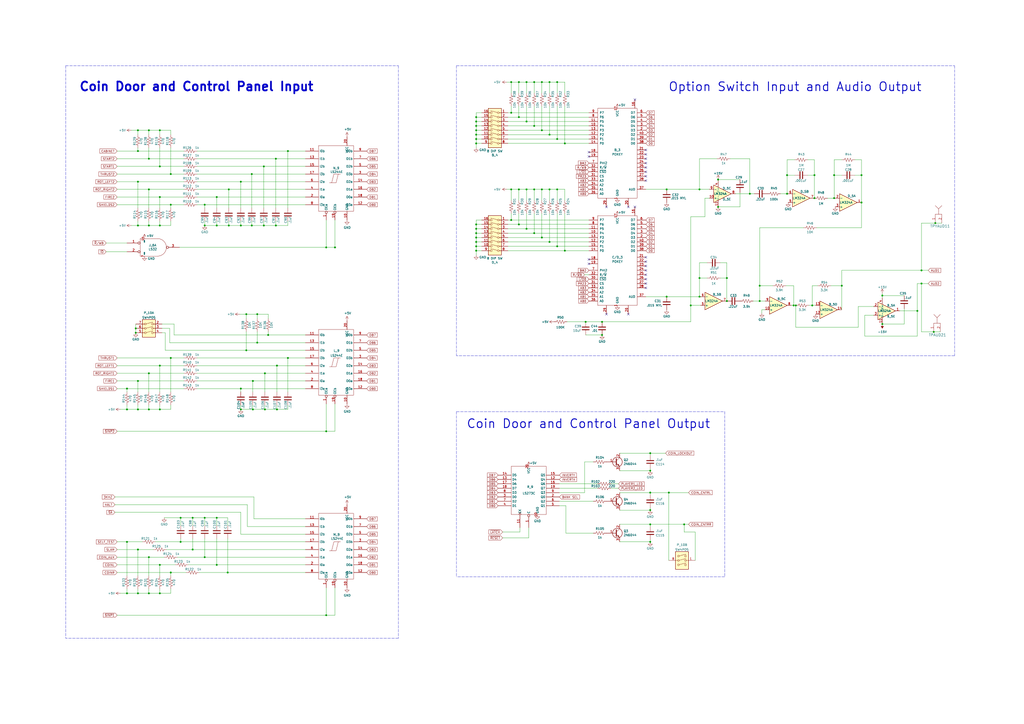
<source format=kicad_sch>
(kicad_sch (version 20211123) (generator eeschema)
  (paper "A2")
  (junction (at 276.225 130.175))
  (junction (at 153.67 237.49))
  (junction (at 349.25 186.69))
  (junction (at 421.64 161.29))
  (junction (at 300.99 67.945))
  (junction (at 118.745 118.745))
  (junction (at 125.73 300.355))
  (junction (at 86.36 92.075))
  (junction (at 499.745 117.475))
  (junction (at 92.71 114.3))
  (junction (at 167.005 87.63))
  (junction (at 377.19 285.75))
  (junction (at 300.99 130.175))
  (junction (at 318.77 47.625))
  (junction (at 139.7 225.425))
  (junction (at 92.71 327.66))
  (junction (at 276.225 142.875))
  (junction (at 461.645 177.165))
  (junction (at 456.565 112.395))
  (junction (at 92.71 96.52))
  (junction (at 125.73 130.81))
  (junction (at 339.725 186.69))
  (junction (at 327.66 145.415))
  (junction (at 86.36 109.855))
  (junction (at 296.545 47.625))
  (junction (at 296.545 65.405))
  (junction (at 125.73 114.3))
  (junction (at 276.225 73.025))
  (junction (at 483.87 101.6))
  (junction (at 314.325 47.625))
  (junction (at 80.01 87.63))
  (junction (at 276.225 75.565))
  (junction (at 160.655 237.49))
  (junction (at 300.99 109.855))
  (junction (at 99.06 332.105))
  (junction (at 499.745 101.6))
  (junction (at 305.435 70.485))
  (junction (at 460.375 177.165))
  (junction (at 86.36 130.81))
  (junction (at 92.71 130.81))
  (junction (at 92.71 75.565))
  (junction (at 160.02 92.075))
  (junction (at 80.01 105.41))
  (junction (at 118.745 300.355))
  (junction (at 483.87 114.935))
  (junction (at 146.05 100.965))
  (junction (at 534.543 156.845))
  (junction (at 318.77 140.335))
  (junction (at 276.225 78.105))
  (junction (at 153.035 130.81))
  (junction (at 276.225 140.335))
  (junction (at 396.875 304.165))
  (junction (at 296.545 127.635))
  (junction (at 276.225 67.945))
  (junction (at 472.44 101.6))
  (junction (at 73.66 344.17))
  (junction (at 111.76 300.355))
  (junction (at 300.99 47.625))
  (junction (at 189.23 143.51))
  (junction (at 139.7 130.81))
  (junction (at 387.985 285.75))
  (junction (at 416.56 104.14))
  (junction (at 386.715 172.085))
  (junction (at 309.88 109.855))
  (junction (at 276.225 135.255))
  (junction (at 488.315 165.735))
  (junction (at 349.25 194.31))
  (junction (at 86.36 216.535))
  (junction (at 323.215 109.855))
  (junction (at 511.81 187.96))
  (junction (at 153.035 96.52))
  (junction (at 86.36 237.49))
  (junction (at 80.01 344.17))
  (junction (at 276.225 137.795))
  (junction (at 276.225 70.485))
  (junction (at 276.225 145.415))
  (junction (at 327.66 83.185))
  (junction (at 153.67 216.535))
  (junction (at 534.543 164.465))
  (junction (at 532.13 180.34))
  (junction (at 146.685 220.98))
  (junction (at 309.88 135.255))
  (junction (at 142.875 203.2))
  (junction (at 542.544 129.413))
  (junction (at 132.715 130.81))
  (junction (at 377.19 295.91))
  (junction (at 541.655 192.532))
  (junction (at 160.655 212.09))
  (junction (at 440.69 165.735))
  (junction (at 92.71 344.17))
  (junction (at 314.325 75.565))
  (junction (at 377.19 314.325))
  (junction (at 104.775 314.325))
  (junction (at 149.225 198.755))
  (junction (at 471.17 177.165))
  (junction (at 305.435 109.855))
  (junction (at 377.19 273.05))
  (junction (at 416.56 120.015))
  (junction (at 189.23 250.19))
  (junction (at 305.435 132.715))
  (junction (at 132.08 332.105))
  (junction (at 305.435 47.625))
  (junction (at 86.36 344.17))
  (junction (at 276.225 83.185))
  (junction (at 111.76 318.77))
  (junction (at 80.01 220.98))
  (junction (at 194.31 143.51))
  (junction (at 472.44 114.935))
  (junction (at 440.69 174.625))
  (junction (at 296.545 109.855))
  (junction (at 155.575 194.31))
  (junction (at 309.88 47.625))
  (junction (at 386.715 109.855))
  (junction (at 146.05 130.81))
  (junction (at 146.685 237.49))
  (junction (at 73.66 314.325))
  (junction (at 86.36 323.215))
  (junction (at 139.7 105.41))
  (junction (at 421.64 174.625))
  (junction (at 405.765 172.085))
  (junction (at 92.71 212.09))
  (junction (at 189.23 356.87))
  (junction (at 323.215 80.645))
  (junction (at 139.7 237.49))
  (junction (at 99.06 118.745))
  (junction (at 104.775 300.355))
  (junction (at 314.325 137.795))
  (junction (at 400.685 177.165))
  (junction (at 118.745 323.215))
  (junction (at 118.745 130.81))
  (junction (at 309.88 73.025))
  (junction (at 149.225 182.245))
  (junction (at 86.36 75.565))
  (junction (at 80.01 237.49))
  (junction (at 92.71 237.49))
  (junction (at 99.06 207.645))
  (junction (at 160.02 130.81))
  (junction (at 318.77 109.855))
  (junction (at 276.225 132.715))
  (junction (at 377.19 262.89))
  (junction (at 434.975 112.395))
  (junction (at 405.765 161.29))
  (junction (at 276.225 80.645))
  (junction (at 80.01 318.77))
  (junction (at 73.66 225.425))
  (junction (at 323.215 142.875))
  (junction (at 78.74 193.04))
  (junction (at 80.01 130.81))
  (junction (at 167.005 207.645))
  (junction (at 377.19 304.165))
  (junction (at 80.01 75.565))
  (junction (at 73.66 237.49))
  (junction (at 99.06 100.965))
  (junction (at 323.215 47.625))
  (junction (at 405.765 109.855))
  (junction (at 318.77 78.105))
  (junction (at 125.73 327.66))
  (junction (at 78.74 190.5))
  (junction (at 142.875 182.245))
  (junction (at 456.565 101.6))
  (junction (at 511.81 171.45))
  (junction (at 314.325 109.855))
  (junction (at 132.715 109.855))
  (no_connect (at 341.63 88.265))
  (no_connect (at 341.63 90.805))
  (no_connect (at 374.65 92.075))
  (no_connect (at 374.65 94.615))
  (no_connect (at 374.65 97.155))
  (no_connect (at 374.65 99.695))
  (no_connect (at 374.65 86.995))
  (no_connect (at 374.65 89.535))
  (no_connect (at 374.65 102.235))
  (no_connect (at 374.65 104.775))
  (no_connect (at 351.79 120.015))
  (no_connect (at 368.3 57.785))
  (no_connect (at 364.49 182.245))
  (no_connect (at 351.79 182.245))
  (no_connect (at 374.65 156.845))
  (no_connect (at 374.65 159.385))
  (no_connect (at 374.65 161.925))
  (no_connect (at 374.65 164.465))
  (no_connect (at 374.65 167.005))
  (no_connect (at 341.63 153.035))
  (no_connect (at 341.63 150.495))
  (no_connect (at 368.3 120.015))
  (no_connect (at 374.65 149.225))
  (no_connect (at 374.65 151.765))
  (no_connect (at 374.65 154.305))
  (no_connect (at 364.49 120.015))
  (wire (pts (xy 499.745 101.6) (xy 499.745 92.71)))
  (wire (pts (xy 132.715 109.855) (xy 132.715 120.65)))
  (wire (pts (xy 100.965 187.96) (xy 100.965 194.31)))
  (wire (pts (xy 359.41 273.05) (xy 377.19 273.05)))
  (wire (pts (xy 534.543 164.465) (xy 534.543 192.532)))
  (wire (pts (xy 318.77 61.595) (xy 318.77 78.105)))
  (wire (pts (xy 483.87 92.71) (xy 483.87 101.6)))
  (wire (pts (xy 276.225 137.795) (xy 276.225 135.255)))
  (wire (pts (xy 483.87 114.935) (xy 484.505 114.935)))
  (wire (pts (xy 132.715 109.855) (xy 177.165 109.855)))
  (wire (pts (xy 276.225 142.875) (xy 276.225 140.335)))
  (wire (pts (xy 421.64 161.29) (xy 421.64 152.4)))
  (wire (pts (xy 114.3 105.41) (xy 139.7 105.41)))
  (polyline (pts (xy 38.1 38.1) (xy 38.1 370.205)))
  (wire (pts (xy 294.64 137.795) (xy 314.325 137.795)))
  (wire (pts (xy 118.745 130.81) (xy 118.745 128.27)))
  (wire (pts (xy 377.19 295.91) (xy 377.19 294.64)))
  (wire (pts (xy 305.435 109.855) (xy 305.435 116.205)))
  (wire (pts (xy 114.3 212.09) (xy 160.655 212.09)))
  (wire (pts (xy 111.76 300.355) (xy 118.745 300.355)))
  (wire (pts (xy 309.88 73.025) (xy 341.63 73.025)))
  (wire (pts (xy 294.64 70.485) (xy 305.435 70.485)))
  (wire (pts (xy 160.02 130.81) (xy 160.02 128.27)))
  (wire (pts (xy 324.485 290.83) (xy 344.17 290.83)))
  (wire (pts (xy 92.71 114.3) (xy 106.68 114.3)))
  (wire (pts (xy 341.63 127.635) (xy 296.545 127.635)))
  (wire (pts (xy 92.71 327.66) (xy 101.6 327.66)))
  (wire (pts (xy 76.2 130.81) (xy 80.01 130.81)))
  (polyline (pts (xy 231.14 370.205) (xy 38.1 370.205)))
  (wire (pts (xy 466.09 132.08) (xy 440.69 132.08)))
  (wire (pts (xy 532.13 164.465) (xy 534.543 164.465)))
  (wire (pts (xy 339.725 186.69) (xy 349.25 186.69)))
  (wire (pts (xy 194.31 127.635) (xy 194.31 143.51)))
  (wire (pts (xy 296.545 47.625) (xy 300.99 47.625)))
  (wire (pts (xy 318.77 140.335) (xy 341.63 140.335)))
  (wire (pts (xy 142.875 182.245) (xy 142.875 184.785)))
  (wire (pts (xy 300.99 109.855) (xy 305.435 109.855)))
  (wire (pts (xy 374.65 172.085) (xy 386.715 172.085)))
  (wire (pts (xy 153.035 96.52) (xy 153.035 120.65)))
  (wire (pts (xy 456.565 112.395) (xy 456.565 101.6)))
  (wire (pts (xy 318.77 109.855) (xy 323.215 109.855)))
  (wire (pts (xy 143.51 292.735) (xy 66.675 292.735)))
  (wire (pts (xy 73.66 225.425) (xy 106.68 225.425)))
  (wire (pts (xy 294.005 47.625) (xy 296.545 47.625)))
  (wire (pts (xy 405.765 172.085) (xy 405.765 161.29)))
  (wire (pts (xy 495.935 101.6) (xy 499.745 101.6)))
  (wire (pts (xy 440.69 132.08) (xy 440.69 165.735)))
  (wire (pts (xy 146.685 237.49) (xy 153.67 237.49)))
  (wire (pts (xy 474.345 165.735) (xy 471.17 165.735)))
  (wire (pts (xy 80.01 318.77) (xy 80.01 334.01)))
  (wire (pts (xy 309.88 109.855) (xy 309.88 116.205)))
  (wire (pts (xy 78.74 190.5) (xy 78.74 193.04)))
  (wire (pts (xy 147.32 300.99) (xy 147.32 288.29)))
  (wire (pts (xy 73.66 237.49) (xy 80.01 237.49)))
  (wire (pts (xy 132.715 130.81) (xy 132.715 128.27)))
  (wire (pts (xy 499.745 132.08) (xy 473.71 132.08)))
  (wire (pts (xy 67.945 92.075) (xy 86.36 92.075)))
  (wire (pts (xy 276.225 127.635) (xy 279.4 127.635)))
  (wire (pts (xy 318.77 109.855) (xy 318.77 116.205)))
  (wire (pts (xy 440.69 174.625) (xy 436.88 174.625)))
  (wire (pts (xy 139.7 237.49) (xy 139.7 234.95)))
  (wire (pts (xy 132.08 300.355) (xy 132.08 304.8)))
  (wire (pts (xy 276.225 135.255) (xy 276.225 132.715)))
  (wire (pts (xy 534.543 156.845) (xy 534.543 129.413)))
  (wire (pts (xy 146.685 237.49) (xy 146.685 234.95)))
  (wire (pts (xy 276.225 130.175) (xy 276.225 127.635)))
  (wire (pts (xy 177.165 300.99) (xy 147.32 300.99)))
  (wire (pts (xy 291.592 308.61) (xy 301.625 308.61)))
  (wire (pts (xy 194.31 340.995) (xy 194.31 356.87)))
  (wire (pts (xy 104.775 300.355) (xy 104.775 304.8)))
  (wire (pts (xy 408.94 114.935) (xy 411.48 114.935)))
  (wire (pts (xy 80.01 220.98) (xy 106.68 220.98)))
  (wire (pts (xy 499.745 92.71) (xy 495.935 92.71)))
  (wire (pts (xy 189.23 250.19) (xy 189.23 234.315)))
  (wire (pts (xy 305.435 70.485) (xy 341.63 70.485)))
  (wire (pts (xy 86.36 75.565) (xy 92.71 75.565)))
  (wire (pts (xy 73.66 341.63) (xy 73.66 344.17)))
  (wire (pts (xy 456.565 101.6) (xy 461.01 101.6)))
  (wire (pts (xy 301.625 308.61) (xy 301.625 306.07)))
  (wire (pts (xy 276.225 80.645) (xy 276.225 78.105)))
  (wire (pts (xy 403.225 308.61) (xy 396.875 308.61)))
  (wire (pts (xy 341.63 159.385) (xy 339.09 159.385)))
  (wire (pts (xy 118.745 323.215) (xy 177.165 323.215)))
  (wire (pts (xy 377.19 314.325) (xy 377.19 313.055)))
  (polyline (pts (xy 264.795 38.1) (xy 264.795 206.375)))
  (wire (pts (xy 61.595 146.05) (xy 73.66 146.05)))
  (wire (pts (xy 279.4 78.105) (xy 276.225 78.105)))
  (wire (pts (xy 534.543 164.465) (xy 538.48 164.465)))
  (wire (pts (xy 69.85 344.17) (xy 73.66 344.17)))
  (wire (pts (xy 534.543 129.413) (xy 542.544 129.413)))
  (wire (pts (xy 118.745 300.355) (xy 125.73 300.355)))
  (wire (pts (xy 98.425 198.755) (xy 98.425 190.5)))
  (wire (pts (xy 276.225 75.565) (xy 276.225 73.025)))
  (wire (pts (xy 104.14 143.51) (xy 189.23 143.51)))
  (wire (pts (xy 497.84 177.8) (xy 506.73 177.8)))
  (wire (pts (xy 377.19 264.16) (xy 377.19 262.89)))
  (wire (pts (xy 279.4 70.485) (xy 276.225 70.485)))
  (wire (pts (xy 405.765 92.075) (xy 415.925 92.075)))
  (wire (pts (xy 114.3 207.645) (xy 167.005 207.645)))
  (wire (pts (xy 67.945 250.19) (xy 189.23 250.19)))
  (wire (pts (xy 80.01 234.95) (xy 80.01 237.49)))
  (wire (pts (xy 416.56 104.14) (xy 416.56 104.775)))
  (wire (pts (xy 305.435 132.715) (xy 341.63 132.715)))
  (wire (pts (xy 167.005 207.645) (xy 177.165 207.645)))
  (wire (pts (xy 139.7 309.88) (xy 177.165 309.88)))
  (wire (pts (xy 149.225 182.245) (xy 149.225 184.785)))
  (polyline (pts (xy 553.72 38.1) (xy 553.72 206.375)))
  (wire (pts (xy 403.225 325.12) (xy 403.225 308.61)))
  (wire (pts (xy 155.575 192.405) (xy 155.575 194.31)))
  (wire (pts (xy 359.41 295.91) (xy 377.19 295.91)))
  (wire (pts (xy 323.215 47.625) (xy 327.66 47.625)))
  (wire (pts (xy 294.64 65.405) (xy 296.545 65.405)))
  (wire (pts (xy 276.225 132.715) (xy 276.225 130.175)))
  (wire (pts (xy 73.66 234.95) (xy 73.66 237.49)))
  (wire (pts (xy 80.01 105.41) (xy 80.01 120.65)))
  (wire (pts (xy 294.64 140.335) (xy 318.77 140.335)))
  (wire (pts (xy 118.745 118.745) (xy 177.165 118.745)))
  (wire (pts (xy 279.4 132.715) (xy 276.225 132.715)))
  (wire (pts (xy 114.3 114.3) (xy 125.73 114.3)))
  (wire (pts (xy 146.05 130.81) (xy 153.035 130.81)))
  (wire (pts (xy 408.94 125.73) (xy 408.94 114.935)))
  (wire (pts (xy 92.71 75.565) (xy 99.06 75.565)))
  (wire (pts (xy 318.77 47.625) (xy 318.77 53.975)))
  (wire (pts (xy 194.31 143.51) (xy 194.945 143.51)))
  (wire (pts (xy 499.745 101.6) (xy 499.745 117.475)))
  (wire (pts (xy 153.035 96.52) (xy 177.165 96.52)))
  (wire (pts (xy 294.64 73.025) (xy 309.88 73.025)))
  (wire (pts (xy 106.68 100.965) (xy 99.06 100.965)))
  (wire (pts (xy 92.71 212.09) (xy 92.71 227.33)))
  (wire (pts (xy 309.88 47.625) (xy 314.325 47.625)))
  (wire (pts (xy 189.23 356.87) (xy 189.23 340.995)))
  (wire (pts (xy 399.415 285.75) (xy 387.985 285.75)))
  (wire (pts (xy 118.745 300.355) (xy 118.745 304.8)))
  (wire (pts (xy 146.05 100.965) (xy 146.05 120.65)))
  (wire (pts (xy 460.375 177.165) (xy 460.375 165.735)))
  (wire (pts (xy 160.655 212.09) (xy 160.655 227.33)))
  (wire (pts (xy 86.36 341.63) (xy 86.36 344.17)))
  (wire (pts (xy 452.755 112.395) (xy 456.565 112.395)))
  (wire (pts (xy 118.745 323.215) (xy 118.745 312.42)))
  (wire (pts (xy 532.13 194.945) (xy 501.65 194.945)))
  (wire (pts (xy 405.765 92.075) (xy 405.765 109.855)))
  (wire (pts (xy 294.64 132.715) (xy 305.435 132.715)))
  (wire (pts (xy 153.67 216.535) (xy 177.165 216.535)))
  (wire (pts (xy 118.745 120.65) (xy 118.745 118.745)))
  (wire (pts (xy 67.945 212.09) (xy 92.71 212.09)))
  (wire (pts (xy 323.215 80.645) (xy 341.63 80.645)))
  (wire (pts (xy 296.545 123.825) (xy 296.545 127.635)))
  (wire (pts (xy 488.315 92.71) (xy 483.87 92.71)))
  (wire (pts (xy 294.64 78.105) (xy 318.77 78.105)))
  (wire (pts (xy 481.965 165.735) (xy 488.315 165.735)))
  (wire (pts (xy 305.435 47.625) (xy 305.435 53.975)))
  (wire (pts (xy 300.99 47.625) (xy 305.435 47.625)))
  (wire (pts (xy 92.71 344.17) (xy 99.06 344.17)))
  (wire (pts (xy 499.745 117.475) (xy 499.745 132.08)))
  (wire (pts (xy 86.36 323.215) (xy 95.25 323.215)))
  (wire (pts (xy 80.01 344.17) (xy 86.36 344.17)))
  (wire (pts (xy 377.19 305.435) (xy 377.19 304.165)))
  (wire (pts (xy 86.36 323.215) (xy 86.36 334.01)))
  (wire (pts (xy 279.4 83.185) (xy 276.225 83.185)))
  (wire (pts (xy 318.77 123.825) (xy 318.77 140.335)))
  (polyline (pts (xy 420.37 238.76) (xy 420.37 334.645)))
  (wire (pts (xy 324.485 293.37) (xy 328.295 293.37)))
  (wire (pts (xy 276.225 78.105) (xy 276.225 75.565)))
  (wire (pts (xy 194.31 234.315) (xy 194.31 250.19)))
  (wire (pts (xy 67.945 96.52) (xy 92.71 96.52)))
  (wire (pts (xy 167.005 237.49) (xy 167.005 234.95)))
  (wire (pts (xy 86.36 130.81) (xy 92.71 130.81)))
  (wire (pts (xy 276.225 85.725) (xy 276.225 83.185)))
  (wire (pts (xy 100.965 194.31) (xy 155.575 194.31)))
  (wire (pts (xy 377.19 262.89) (xy 359.41 262.89)))
  (wire (pts (xy 125.73 130.81) (xy 125.73 128.27)))
  (wire (pts (xy 99.06 75.565) (xy 99.06 78.105)))
  (wire (pts (xy 400.685 177.165) (xy 400.685 125.73)))
  (wire (pts (xy 460.375 177.165) (xy 461.645 177.165)))
  (wire (pts (xy 296.545 116.205) (xy 296.545 109.855)))
  (wire (pts (xy 396.875 308.61) (xy 396.875 304.165)))
  (wire (pts (xy 125.73 300.355) (xy 132.08 300.355)))
  (wire (pts (xy 339.09 285.75) (xy 339.09 267.97)))
  (wire (pts (xy 323.215 109.855) (xy 323.215 116.205)))
  (wire (pts (xy 327.66 145.415) (xy 341.63 145.415)))
  (wire (pts (xy 417.83 161.29) (xy 421.64 161.29)))
  (wire (pts (xy 142.875 192.405) (xy 142.875 203.2)))
  (wire (pts (xy 153.035 130.81) (xy 160.02 130.81)))
  (polyline (pts (xy 420.37 334.645) (xy 264.795 334.645)))
  (wire (pts (xy 139.7 105.41) (xy 139.7 120.65)))
  (wire (pts (xy 67.945 314.325) (xy 73.66 314.325)))
  (wire (pts (xy 66.675 288.29) (xy 147.32 288.29)))
  (wire (pts (xy 309.88 109.855) (xy 314.325 109.855)))
  (wire (pts (xy 276.225 145.415) (xy 276.225 142.875)))
  (wire (pts (xy 114.3 220.98) (xy 146.685 220.98)))
  (wire (pts (xy 279.4 67.945) (xy 276.225 67.945)))
  (wire (pts (xy 472.44 101.6) (xy 472.44 114.935)))
  (wire (pts (xy 86.36 75.565) (xy 86.36 78.105)))
  (wire (pts (xy 92.71 334.01) (xy 92.71 327.66)))
  (wire (pts (xy 69.85 237.49) (xy 73.66 237.49)))
  (wire (pts (xy 78.74 187.96) (xy 78.74 190.5)))
  (wire (pts (xy 524.51 179.07) (xy 524.51 187.96)))
  (wire (pts (xy 434.975 112.395) (xy 434.975 92.075)))
  (wire (pts (xy 461.645 189.865) (xy 497.84 189.865)))
  (wire (pts (xy 139.7 309.88) (xy 139.7 297.18)))
  (wire (pts (xy 309.88 135.255) (xy 294.64 135.255)))
  (wire (pts (xy 109.22 327.66) (xy 125.73 327.66)))
  (wire (pts (xy 92.71 96.52) (xy 106.68 96.52)))
  (wire (pts (xy 80.01 85.725) (xy 80.01 87.63)))
  (wire (pts (xy 80.01 87.63) (xy 106.68 87.63)))
  (wire (pts (xy 480.06 114.935) (xy 483.87 114.935)))
  (wire (pts (xy 314.325 137.795) (xy 341.63 137.795)))
  (wire (pts (xy 318.77 47.625) (xy 323.215 47.625)))
  (wire (pts (xy 143.51 305.435) (xy 143.51 292.735)))
  (wire (pts (xy 441.96 179.705) (xy 441.96 181.61)))
  (wire (pts (xy 86.36 216.535) (xy 86.36 227.33)))
  (wire (pts (xy 167.005 130.81) (xy 167.005 128.27)))
  (wire (pts (xy 377.19 273.05) (xy 377.19 271.78)))
  (wire (pts (xy 66.675 297.18) (xy 139.7 297.18)))
  (wire (pts (xy 92.71 130.81) (xy 99.06 130.81)))
  (wire (pts (xy 67.945 356.87) (xy 189.23 356.87)))
  (wire (pts (xy 142.875 182.245) (xy 149.225 182.245)))
  (wire (pts (xy 456.565 92.71) (xy 456.565 101.6)))
  (wire (pts (xy 300.99 47.625) (xy 300.99 53.975)))
  (wire (pts (xy 189.23 143.51) (xy 189.23 127.635)))
  (wire (pts (xy 300.99 109.855) (xy 300.99 116.205)))
  (wire (pts (xy 534.543 192.532) (xy 541.655 192.532)))
  (wire (pts (xy 314.325 47.625) (xy 314.325 53.975)))
  (wire (pts (xy 421.64 161.29) (xy 421.64 174.625)))
  (wire (pts (xy 153.035 130.81) (xy 153.035 128.27)))
  (wire (pts (xy 314.325 61.595) (xy 314.325 75.565)))
  (wire (pts (xy 386.715 172.085) (xy 405.765 172.085)))
  (wire (pts (xy 95.885 203.2) (xy 142.875 203.2)))
  (wire (pts (xy 92.71 212.09) (xy 106.68 212.09)))
  (wire (pts (xy 279.4 130.175) (xy 276.225 130.175)))
  (wire (pts (xy 76.2 75.565) (xy 80.01 75.565)))
  (wire (pts (xy 532.13 180.34) (xy 532.13 164.465)))
  (wire (pts (xy 67.945 100.965) (xy 99.06 100.965)))
  (wire (pts (xy 426.72 112.395) (xy 434.975 112.395)))
  (wire (pts (xy 80.01 318.77) (xy 88.9 318.77)))
  (wire (pts (xy 132.08 332.105) (xy 132.08 312.42)))
  (wire (pts (xy 279.4 73.025) (xy 276.225 73.025)))
  (wire (pts (xy 132.715 130.81) (xy 139.7 130.81)))
  (wire (pts (xy 429.26 120.015) (xy 416.56 120.015)))
  (wire (pts (xy 300.99 67.945) (xy 341.63 67.945)))
  (wire (pts (xy 511.81 171.45) (xy 511.81 172.72)))
  (wire (pts (xy 67.945 332.105) (xy 99.06 332.105)))
  (wire (pts (xy 358.775 283.21) (xy 354.33 283.21)))
  (wire (pts (xy 483.87 114.935) (xy 483.87 101.6)))
  (wire (pts (xy 276.225 73.025) (xy 276.225 70.485)))
  (wire (pts (xy 93.98 187.96) (xy 100.965 187.96)))
  (wire (pts (xy 167.005 87.63) (xy 167.005 120.65)))
  (wire (pts (xy 67.945 109.855) (xy 86.36 109.855)))
  (wire (pts (xy 167.005 207.645) (xy 167.005 227.33)))
  (wire (pts (xy 456.565 112.395) (xy 457.2 112.395)))
  (wire (pts (xy 92.71 85.725) (xy 92.71 96.52)))
  (wire (pts (xy 80.01 227.33) (xy 80.01 220.98)))
  (wire (pts (xy 114.3 96.52) (xy 153.035 96.52)))
  (wire (pts (xy 296.545 53.975) (xy 296.545 47.625)))
  (wire (pts (xy 296.545 61.595) (xy 296.545 65.405)))
  (wire (pts (xy 276.225 147.955) (xy 276.225 145.415)))
  (wire (pts (xy 114.3 118.745) (xy 118.745 118.745)))
  (wire (pts (xy 73.66 225.425) (xy 73.66 227.33)))
  (wire (pts (xy 160.02 92.075) (xy 177.165 92.075)))
  (wire (pts (xy 153.67 237.49) (xy 160.655 237.49)))
  (wire (pts (xy 443.865 174.625) (xy 440.69 174.625)))
  (wire (pts (xy 111.76 318.77) (xy 177.165 318.77)))
  (wire (pts (xy 279.4 145.415) (xy 276.225 145.415)))
  (wire (pts (xy 309.88 61.595) (xy 309.88 73.025)))
  (wire (pts (xy 448.31 165.735) (xy 440.69 165.735)))
  (wire (pts (xy 93.98 193.04) (xy 95.885 193.04)))
  (wire (pts (xy 327.66 83.185) (xy 341.63 83.185)))
  (wire (pts (xy 98.425 190.5) (xy 93.98 190.5)))
  (wire (pts (xy 104.775 300.355) (xy 111.76 300.355)))
  (wire (pts (xy 115.57 332.105) (xy 132.08 332.105)))
  (wire (pts (xy 314.325 109.855) (xy 318.77 109.855)))
  (wire (pts (xy 99.06 118.745) (xy 106.68 118.745)))
  (wire (pts (xy 314.325 75.565) (xy 341.63 75.565)))
  (wire (pts (xy 276.225 83.185) (xy 276.225 80.645)))
  (wire (pts (xy 86.36 109.855) (xy 86.36 120.65)))
  (wire (pts (xy 471.17 177.165) (xy 473.075 177.165)))
  (wire (pts (xy 341.63 135.255) (xy 309.88 135.255)))
  (wire (pts (xy 155.575 194.31) (xy 177.165 194.31)))
  (polyline (pts (xy 553.72 206.375) (xy 264.795 206.375)))
  (wire (pts (xy 279.4 137.795) (xy 276.225 137.795)))
  (wire (pts (xy 405.765 172.085) (xy 406.4 172.085)))
  (wire (pts (xy 125.73 114.3) (xy 177.165 114.3)))
  (wire (pts (xy 149.225 192.405) (xy 149.225 198.755)))
  (wire (pts (xy 118.745 130.81) (xy 125.73 130.81)))
  (wire (pts (xy 359.41 314.325) (xy 377.19 314.325)))
  (wire (pts (xy 67.945 318.77) (xy 80.01 318.77)))
  (wire (pts (xy 160.02 92.075) (xy 114.3 92.075)))
  (wire (pts (xy 305.435 123.825) (xy 305.435 132.715)))
  (wire (pts (xy 67.945 216.535) (xy 86.36 216.535)))
  (wire (pts (xy 306.705 312.039) (xy 306.705 306.07)))
  (wire (pts (xy 483.87 101.6) (xy 488.315 101.6)))
  (wire (pts (xy 125.73 327.66) (xy 125.73 312.42)))
  (wire (pts (xy 276.225 140.335) (xy 276.225 137.795)))
  (wire (pts (xy 99.06 85.725) (xy 99.06 100.965)))
  (wire (pts (xy 400.685 177.165) (xy 406.4 177.165)))
  (wire (pts (xy 534.543 156.845) (xy 488.315 156.845)))
  (wire (pts (xy 324.485 285.75) (xy 339.09 285.75)))
  (wire (pts (xy 80.01 105.41) (xy 106.68 105.41)))
  (polyline (pts (xy 231.14 38.1) (xy 231.14 370.205)))
  (wire (pts (xy 142.875 203.2) (xy 177.165 203.2)))
  (wire (pts (xy 149.225 182.245) (xy 155.575 182.245)))
  (wire (pts (xy 300.99 61.595) (xy 300.99 67.945)))
  (wire (pts (xy 92.71 128.27) (xy 92.71 130.81)))
  (wire (pts (xy 459.105 177.165) (xy 460.375 177.165)))
  (wire (pts (xy 323.215 109.855) (xy 327.66 109.855)))
  (wire (pts (xy 324.485 283.21) (xy 346.71 283.21)))
  (wire (pts (xy 314.325 47.625) (xy 318.77 47.625)))
  (wire (pts (xy 67.945 105.41) (xy 80.01 105.41)))
  (wire (pts (xy 139.7 105.41) (xy 177.165 105.41)))
  (wire (pts (xy 80.01 130.81) (xy 86.36 130.81)))
  (wire (pts (xy 309.88 123.825) (xy 309.88 135.255)))
  (wire (pts (xy 194.31 250.19) (xy 189.23 250.19)))
  (wire (pts (xy 276.225 70.485) (xy 276.225 67.945)))
  (wire (pts (xy 73.66 344.17) (xy 80.01 344.17)))
  (wire (pts (xy 327.66 109.855) (xy 327.66 116.205)))
  (wire (pts (xy 96.52 318.77) (xy 111.76 318.77)))
  (wire (pts (xy 443.865 179.705) (xy 441.96 179.705)))
  (wire (pts (xy 67.945 207.645) (xy 99.06 207.645)))
  (wire (pts (xy 160.02 92.075) (xy 160.02 120.65)))
  (wire (pts (xy 341.63 130.175) (xy 300.99 130.175)))
  (wire (pts (xy 73.66 314.325) (xy 82.55 314.325)))
  (wire (pts (xy 294.005 109.855) (xy 296.545 109.855)))
  (wire (pts (xy 386.715 109.855) (xy 374.65 109.855)))
  (wire (pts (xy 279.4 80.645) (xy 276.225 80.645)))
  (wire (pts (xy 468.63 101.6) (xy 472.44 101.6)))
  (wire (pts (xy 294.64 67.945) (xy 300.99 67.945)))
  (wire (pts (xy 139.065 182.245) (xy 142.875 182.245)))
  (wire (pts (xy 86.36 92.075) (xy 106.68 92.075)))
  (wire (pts (xy 472.44 101.6) (xy 472.44 92.71)))
  (wire (pts (xy 400.685 125.73) (xy 408.94 125.73)))
  (wire (pts (xy 339.725 194.31) (xy 349.25 194.31)))
  (wire (pts (xy 294.64 83.185) (xy 327.66 83.185)))
  (wire (pts (xy 296.545 65.405) (xy 341.63 65.405)))
  (wire (pts (xy 98.425 198.755) (xy 149.225 198.755)))
  (wire (pts (xy 429.26 104.14) (xy 416.56 104.14)))
  (wire (pts (xy 386.08 262.89) (xy 377.19 262.89)))
  (wire (pts (xy 294.64 145.415) (xy 327.66 145.415)))
  (wire (pts (xy 324.485 280.67) (xy 346.71 280.67)))
  (wire (pts (xy 323.215 123.825) (xy 323.215 142.875)))
  (wire (pts (xy 86.36 128.27) (xy 86.36 130.81)))
  (wire (pts (xy 279.4 135.255) (xy 276.225 135.255)))
  (wire (pts (xy 472.44 92.71) (xy 468.63 92.71)))
  (wire (pts (xy 309.88 47.625) (xy 309.88 53.975)))
  (wire (pts (xy 80.01 341.63) (xy 80.01 344.17)))
  (wire (pts (xy 102.87 323.215) (xy 118.745 323.215)))
  (wire (pts (xy 139.7 225.425) (xy 177.165 225.425)))
  (wire (pts (xy 92.71 237.49) (xy 99.06 237.49)))
  (wire (pts (xy 125.73 300.355) (xy 125.73 304.8)))
  (wire (pts (xy 396.875 304.165) (xy 377.19 304.165)))
  (wire (pts (xy 323.215 47.625) (xy 323.215 53.975)))
  (wire (pts (xy 114.3 216.535) (xy 153.67 216.535)))
  (wire (pts (xy 153.67 216.535) (xy 153.67 227.33)))
  (wire (pts (xy 73.66 314.325) (xy 73.66 334.01)))
  (wire (pts (xy 146.05 100.965) (xy 177.165 100.965)))
  (wire (pts (xy 67.945 225.425) (xy 73.66 225.425)))
  (wire (pts (xy 67.945 118.745) (xy 99.06 118.745)))
  (wire (pts (xy 99.06 207.645) (xy 99.06 227.33)))
  (wire (pts (xy 146.685 220.98) (xy 146.685 227.33)))
  (wire (pts (xy 411.48 109.855) (xy 405.765 109.855)))
  (wire (pts (xy 524.51 171.45) (xy 511.81 171.45)))
  (wire (pts (xy 471.17 165.735) (xy 471.17 177.165)))
  (wire (pts (xy 92.71 75.565) (xy 92.71 78.105)))
  (polyline (pts (xy 264.795 238.76) (xy 264.795 334.645)))
  (wire (pts (xy 160.655 237.49) (xy 167.005 237.49)))
  (wire (pts (xy 160.655 212.09) (xy 177.165 212.09)))
  (polyline (pts (xy 264.795 38.1) (xy 553.72 38.1)))
  (wire (pts (xy 146.05 100.965) (xy 114.3 100.965)))
  (wire (pts (xy 305.435 61.595) (xy 305.435 70.485)))
  (wire (pts (xy 155.575 182.245) (xy 155.575 184.785)))
  (wire (pts (xy 497.84 177.8) (xy 497.84 189.865)))
  (wire (pts (xy 80.01 128.27) (xy 80.01 130.81)))
  (wire (pts (xy 80.01 75.565) (xy 80.01 78.105)))
  (wire (pts (xy 92.71 114.3) (xy 92.71 120.65)))
  (wire (pts (xy 279.4 75.565) (xy 276.225 75.565)))
  (wire (pts (xy 429.26 111.76) (xy 429.26 120.015)))
  (wire (pts (xy 296.545 127.635) (xy 294.64 127.635)))
  (wire (pts (xy 469.265 177.165) (xy 471.17 177.165)))
  (wire (pts (xy 405.765 161.29) (xy 410.21 161.29)))
  (wire (pts (xy 488.315 165.735) (xy 488.315 179.705)))
  (wire (pts (xy 461.645 177.165) (xy 461.645 189.865)))
  (wire (pts (xy 323.215 142.875) (xy 294.64 142.875)))
  (wire (pts (xy 423.545 92.075) (xy 434.975 92.075)))
  (wire (pts (xy 341.63 142.875) (xy 323.215 142.875)))
  (wire (pts (xy 104.775 312.42) (xy 104.775 314.325)))
  (wire (pts (xy 149.225 198.755) (xy 177.165 198.755)))
  (wire (pts (xy 99.06 234.95) (xy 99.06 237.49)))
  (wire (pts (xy 86.36 344.17) (xy 92.71 344.17)))
  (wire (pts (xy 90.17 314.325) (xy 104.775 314.325)))
  (wire (pts (xy 139.7 237.49) (xy 146.685 237.49)))
  (wire (pts (xy 160.02 130.81) (xy 167.005 130.81)))
  (wire (pts (xy 99.06 128.27) (xy 99.06 130.81)))
  (wire (pts (xy 111.76 318.77) (xy 111.76 312.42)))
  (wire (pts (xy 294.64 80.645) (xy 323.215 80.645)))
  (wire (pts (xy 538.48 156.845) (xy 534.543 156.845)))
  (wire (pts (xy 61.595 140.97) (xy 73.66 140.97)))
  (wire (pts (xy 405.765 109.855) (xy 386.715 109.855)))
  (wire (pts (xy 146.05 130.81) (xy 146.05 128.27)))
  (wire (pts (xy 276.225 65.405) (xy 279.4 65.405)))
  (wire (pts (xy 95.885 193.04) (xy 95.885 203.2)))
  (wire (pts (xy 67.945 114.3) (xy 92.71 114.3)))
  (wire (pts (xy 139.7 227.33) (xy 139.7 225.425)))
  (wire (pts (xy 132.08 332.105) (xy 177.165 332.105)))
  (wire (pts (xy 318.77 78.105) (xy 341.63 78.105)))
  (wire (pts (xy 501.65 194.945) (xy 501.65 182.88)))
  (wire (pts (xy 99.06 207.645) (xy 106.68 207.645)))
  (wire (pts (xy 139.7 130.81) (xy 146.05 130.81)))
  (wire (pts (xy 532.13 180.34) (xy 532.13 194.945)))
  (wire (pts (xy 291.592 312.039) (xy 306.705 312.039)))
  (wire (pts (xy 327.66 47.625) (xy 327.66 53.975)))
  (wire (pts (xy 521.97 180.34) (xy 532.13 180.34)))
  (wire (pts (xy 314.325 123.825) (xy 314.325 137.795)))
  (wire (pts (xy 387.985 285.75) (xy 387.985 325.12)))
  (wire (pts (xy 92.71 234.95) (xy 92.71 237.49)))
  (wire (pts (xy 114.3 225.425) (xy 139.7 225.425)))
  (wire (pts (xy 153.67 237.49) (xy 153.67 234.95)))
  (polyline (pts (xy 264.795 238.76) (xy 420.37 238.76)))
  (wire (pts (xy 95.25 300.355) (xy 104.775 300.355)))
  (wire (pts (xy 410.21 152.4) (xy 405.765 152.4)))
  (wire (pts (xy 125.73 130.81) (xy 132.715 130.81)))
  (wire (pts (xy 358.775 280.67) (xy 354.33 280.67)))
  (polyline (pts (xy 38.1 38.1) (xy 231.14 38.1)))
  (wire (pts (xy 194.31 356.87) (xy 189.23 356.87)))
  (wire (pts (xy 296.545 109.855) (xy 300.99 109.855)))
  (wire (pts (xy 327.66 123.825) (xy 327.66 145.415)))
  (wire (pts (xy 99.06 332.105) (xy 99.06 334.01)))
  (wire (pts (xy 349.25 186.69) (xy 400.685 186.69)))
  (wire (pts (xy 99.06 341.63) (xy 99.06 344.17)))
  (wire (pts (xy 323.215 61.595) (xy 323.215 80.645)))
  (wire (pts (xy 305.435 109.855) (xy 309.88 109.855)))
  (wire (pts (xy 541.655 192.532) (xy 545.465 192.532)))
  (wire (pts (xy 80.01 75.565) (xy 86.36 75.565)))
  (wire (pts (xy 399.415 304.165) (xy 396.875 304.165)))
  (wire (pts (xy 437.515 112.395) (xy 434.975 112.395)))
  (wire (pts (xy 460.375 165.735) (xy 455.93 165.735)))
  (wire (pts (xy 125.73 327.66) (xy 177.165 327.66)))
  (wire (pts (xy 99.06 332.105) (xy 107.95 332.105)))
  (wire (pts (xy 339.09 267.97) (xy 344.17 267.97)))
  (wire (pts (xy 327.66 61.595) (xy 327.66 83.185)))
  (wire (pts (xy 328.295 309.245) (xy 344.17 309.245)))
  (wire (pts (xy 300.99 130.175) (xy 294.64 130.175)))
  (wire (pts (xy 328.295 293.37) (xy 328.295 309.245)))
  (wire (pts (xy 111.76 300.355) (xy 111.76 304.8)))
  (wire (pts (xy 511.81 170.18) (xy 511.81 171.45)))
  (wire (pts (xy 276.225 67.945) (xy 276.225 65.405)))
  (wire (pts (xy 125.73 114.3) (xy 125.73 120.65)))
  (wire (pts (xy 440.69 165.735) (xy 440.69 174.625)))
  (wire (pts (xy 67.945 220.98) (xy 80.01 220.98)))
  (wire (pts (xy 114.3 109.855) (xy 132.715 109.855)))
  (wire (pts (xy 377.19 287.02) (xy 377.19 285.75)))
  (wire (pts (xy 387.985 285.75) (xy 377.19 285.75)))
  (wire (pts (xy 501.65 182.88) (xy 506.73 182.88)))
  (wire (pts (xy 86.36 109.855) (xy 106.68 109.855)))
  (wire (pts (xy 377.19 285.75) (xy 359.41 285.75)))
  (wire (pts (xy 114.3 87.63) (xy 167.005 87.63)))
  (wire (pts (xy 405.765 152.4) (xy 405.765 161.29)))
  (wire (pts (xy 542.544 129.413) (xy 546.354 129.413)))
  (wire (pts (xy 146.685 220.98) (xy 177.165 220.98)))
  (wire (pts (xy 421.64 152.4) (xy 417.83 152.4)))
  (wire (pts (xy 328.93 186.69) (xy 339.725 186.69)))
  (wire (pts (xy 279.4 142.875) (xy 276.225 142.875)))
  (wire (pts (xy 86.36 234.95) (xy 86.36 237.49)))
  (wire (pts (xy 80.01 237.49) (xy 86.36 237.49)))
  (wire (pts (xy 67.945 323.215) (xy 86.36 323.215)))
  (wire (pts (xy 67.945 327.66) (xy 92.71 327.66)))
  (wire (pts (xy 67.945 87.63) (xy 80.01 87.63)))
  (wire (pts (xy 167.005 87.63) (xy 177.165 87.63)))
  (wire (pts (xy 194.31 143.51) (xy 189.23 143.51)))
  (wire (pts (xy 377.19 304.165) (xy 359.41 304.165)))
  (wire (pts (xy 300.99 123.825) (xy 300.99 130.175)))
  (wire (pts (xy 139.7 130.81) (xy 139.7 128.27)))
  (wire (pts (xy 279.4 140.335) (xy 276.225 140.335)))
  (wire (pts (xy 160.655 237.49) (xy 160.655 234.95)))
  (wire (pts (xy 99.06 118.745) (xy 99.06 120.65)))
  (wire (pts (xy 461.01 92.71) (xy 456.565 92.71)))
  (wire (pts (xy 524.51 187.96) (xy 511.81 187.96)))
  (wire (pts (xy 294.64 75.565) (xy 314.325 75.565)))
  (wire (pts (xy 86.36 237.49) (xy 92.71 237.49)))
  (wire (pts (xy 488.315 156.845) (xy 488.315 165.735)))
  (wire (pts (xy 314.325 109.855) (xy 314.325 116.205)))
  (wire (pts (xy 104.775 314.325) (xy 177.165 314.325)))
  (wire (pts (xy 92.71 341.63) (xy 92.71 344.17)))
  (wire (pts (xy 305.435 47.625) (xy 309.88 47.625)))
  (wire (pts (xy 86.36 85.725) (xy 86.36 92.075)))
  (wire (pts (xy 86.36 216.535) (xy 106.68 216.535)))
  (wire (pts (xy 400.685 186.69) (xy 400.685 177.165)))
  (wire (pts (xy 177.165 305.435) (xy 143.51 305.435)))
  (text "Option Switch Input and Audio Output" (at 387.604 53.467 0) (effects (font (size 5.08 5.08) (thickness 0.508) bold) (justify left bottom)))
  (text "Coin Door and Control Panel Input" (at 45.72 53.34 0) (effects (font (size 5.08 5.08) (thickness 1.016) bold) (justify left bottom)))
  (text "Coin Door and Control Panel Output" (at 270.51 248.92 0) (effects (font (size 5.08 5.08) (thickness 0.508) bold) (justify left bottom)))
  (global_label "DB1" (shape input) (at 212.725 114.3 0) (property "Intersheet References" "${INTERSHEET_REFS}" (effects hide)))
  (global_label "AB3" (shape input) (at 341.63 167.005 180) (property "Intersheet References" "${INTERSHEET_REFS}" (effects hide)))
  (global_label "DB5" (shape input) (at 212.725 96.52 0) (property "Intersheet References" "${INTERSHEET_REFS}" (effects hide)))
  (global_label "DB2" (shape input) (at 212.725 323.215 0) (property "Intersheet References" "${INTERSHEET_REFS}" (effects hide)))
  (global_label "~{SINP2}" (shape input) (at 67.945 250.19 180) (property "Intersheet References" "${INTERSHEET_REFS}" (effects hide)))
  (global_label "CABINET" (shape input) (at 67.945 87.63 180) (property "Intersheet References" "${INTERSHEET_REFS}" (effects hide)))
  (global_label "DB4" (shape input) (at 212.725 207.645 0) (property "Intersheet References" "${INTERSHEET_REFS}" (effects hide)))
  (global_label "DB7" (shape input) (at 212.725 194.31 0) (property "Intersheet References" "${INTERSHEET_REFS}" (effects hide)))
  (global_label "PLAYER1_LED" (shape input) (at 358.775 280.67 0) (property "Intersheet References" "${INTERSHEET_REFS}" (effects hide)))
  (global_label "~{LATCH}" (shape input) (at 291.592 308.61 180) (property "Intersheet References" "${INTERSHEET_REFS}" (effects hide)))
  (global_label "~{SA}" (shape input) (at 66.675 297.18 180) (property "Intersheet References" "${INTERSHEET_REFS}" (effects hide)))
  (global_label "DB0" (shape input) (at 212.725 225.425 0) (property "Intersheet References" "${INTERSHEET_REFS}" (effects hide)))
  (global_label "COIN_CNTRL" (shape input) (at 399.415 285.75 0) (property "Intersheet References" "${INTERSHEET_REFS}" (effects hide)))
  (global_label "DB1" (shape input) (at 212.725 220.98 0) (property "Intersheet References" "${INTERSHEET_REFS}" (effects hide)))
  (global_label "DB0" (shape input) (at 212.725 118.745 0) (property "Intersheet References" "${INTERSHEET_REFS}" (effects hide)))
  (global_label "SELF_TEST" (shape input) (at 67.945 314.325 180) (property "Intersheet References" "${INTERSHEET_REFS}" (effects hide)))
  (global_label "AB1" (shape input) (at 341.63 109.855 180) (property "Intersheet References" "${INTERSHEET_REFS}" (effects hide)))
  (global_label "DB3" (shape input) (at 288.925 285.75 180) (property "Intersheet References" "${INTERSHEET_REFS}" (effects hide)))
  (global_label "SLAM" (shape input) (at 67.945 318.77 180) (property "Intersheet References" "${INTERSHEET_REFS}" (effects hide)))
  (global_label "DB5" (shape input) (at 212.725 203.2 0) (property "Intersheet References" "${INTERSHEET_REFS}" (effects hide)))
  (global_label "DB3" (shape input) (at 212.725 318.77 0) (property "Intersheet References" "${INTERSHEET_REFS}" (effects hide)))
  (global_label "COINR" (shape input) (at 67.945 332.105 180) (property "Intersheet References" "${INTERSHEET_REFS}" (effects hide)))
  (global_label "FIRE2" (shape input) (at 67.945 114.3 180) (property "Intersheet References" "${INTERSHEET_REFS}" (effects hide)))
  (global_label "AUD2" (shape input) (at 538.48 164.465 0) (property "Intersheet References" "${INTERSHEET_REFS}" (effects hide)))
  (global_label "AB0" (shape input) (at 341.63 112.395 180) (property "Intersheet References" "${INTERSHEET_REFS}" (effects hide)))
  (global_label "THRUST2" (shape input) (at 67.945 100.965 180) (property "Intersheet References" "${INTERSHEET_REFS}" (effects hide)))
  (global_label "~{I{slash}O0}" (shape input) (at 341.63 161.925 180) (property "Intersheet References" "${INTERSHEET_REFS}" (effects hide)))
  (global_label "AB1" (shape input) (at 341.63 172.085 180) (property "Intersheet References" "${INTERSHEET_REFS}" (effects hide)))
  (global_label "D6" (shape input) (at 374.65 130.175 0) (property "Intersheet References" "${INTERSHEET_REFS}" (effects hide)))
  (global_label "D6" (shape input) (at 374.65 67.945 0) (property "Intersheet References" "${INTERSHEET_REFS}" (effects hide)))
  (global_label "PR23" (shape input) (at 341.63 102.235 180) (property "Intersheet References" "${INTERSHEET_REFS}" (effects hide)))
  (global_label "DB0" (shape input) (at 288.925 293.37 180) (property "Intersheet References" "${INTERSHEET_REFS}" (effects hide)))
  (global_label "D7" (shape input) (at 374.65 65.405 0) (property "Intersheet References" "${INTERSHEET_REFS}" (effects hide)))
  (global_label "ROT_LEFT2" (shape input) (at 67.945 105.41 180) (property "Intersheet References" "${INTERSHEET_REFS}" (effects hide)))
  (global_label "START1" (shape input) (at 67.945 96.52 180) (property "Intersheet References" "${INTERSHEET_REFS}" (effects hide)))
  (global_label "BANK SEL" (shape input) (at 324.485 288.29 0) (property "Intersheet References" "${INTERSHEET_REFS}" (effects hide)))
  (global_label "D3" (shape input) (at 374.65 75.565 0) (property "Intersheet References" "${INTERSHEET_REFS}" (effects hide)))
  (global_label "DB6" (shape input) (at 212.725 92.075 0) (property "Intersheet References" "${INTERSHEET_REFS}" (effects hide)))
  (global_label "D7" (shape input) (at 374.65 127.635 0) (property "Intersheet References" "${INTERSHEET_REFS}" (effects hide)))
  (global_label "DB1" (shape input) (at 288.925 290.83 180) (property "Intersheet References" "${INTERSHEET_REFS}" (effects hide)))
  (global_label "DB2" (shape input) (at 288.925 288.29 180) (property "Intersheet References" "${INTERSHEET_REFS}" (effects hide)))
  (global_label "ROT_RIGHT1" (shape input) (at 67.945 216.535 180) (property "Intersheet References" "${INTERSHEET_REFS}" (effects hide)))
  (global_label "D1" (shape input) (at 374.65 80.645 0) (property "Intersheet References" "${INTERSHEET_REFS}" (effects hide)))
  (global_label "~{IO}" (shape input) (at 61.595 146.05 180) (property "Intersheet References" "${INTERSHEET_REFS}" (effects hide)))
  (global_label "D4" (shape input) (at 374.65 135.255 0) (property "Intersheet References" "${INTERSHEET_REFS}" (effects hide)))
  (global_label "INVERTX" (shape input) (at 324.485 278.13 0) (property "Intersheet References" "${INTERSHEET_REFS}" (effects hide)))
  (global_label "R{slash}~{W}B" (shape input) (at 339.09 159.385 180) (property "Intersheet References" "${INTERSHEET_REFS}" (effects hide)))
  (global_label "DB0" (shape input) (at 212.725 332.105 0) (property "Intersheet References" "${INTERSHEET_REFS}" (effects hide)))
  (global_label "D0" (shape input) (at 374.65 145.415 0) (property "Intersheet References" "${INTERSHEET_REFS}" (effects hide)))
  (global_label "COIN_LOCKOUT" (shape input) (at 386.08 262.89 0) (property "Intersheet References" "${INTERSHEET_REFS}" (effects hide)))
  (global_label "SHIELDS1" (shape input) (at 67.945 225.425 180) (property "Intersheet References" "${INTERSHEET_REFS}" (effects hide)))
  (global_label "DB2" (shape input) (at 212.725 109.855 0) (property "Intersheet References" "${INTERSHEET_REFS}" (effects hide)))
  (global_label "THRUST1" (shape input) (at 67.945 207.645 180) (property "Intersheet References" "${INTERSHEET_REFS}" (effects hide)))
  (global_label "DB7" (shape input) (at 212.725 87.63 0) (property "Intersheet References" "${INTERSHEET_REFS}" (effects hide)))
  (global_label "3KHZ" (shape input) (at 66.675 288.29 180) (property "Intersheet References" "${INTERSHEET_REFS}" (effects hide)))
  (global_label "DB5" (shape input) (at 212.725 309.88 0) (property "Intersheet References" "${INTERSHEET_REFS}" (effects hide)))
  (global_label "START2" (shape input) (at 67.945 92.075 180) (property "Intersheet References" "${INTERSHEET_REFS}" (effects hide)))
  (global_label "ROT_RIGHT2" (shape input) (at 67.945 109.855 180) (property "Intersheet References" "${INTERSHEET_REFS}" (effects hide)))
  (global_label "COIN_CNTRR" (shape input) (at 399.415 304.165 0) (property "Intersheet References" "${INTERSHEET_REFS}" (effects hide)))
  (global_label "FIRE1" (shape input) (at 67.945 220.98 180) (property "Intersheet References" "${INTERSHEET_REFS}" (effects hide)))
  (global_label "BΦ2" (shape input) (at 341.63 156.845 180) (property "Intersheet References" "${INTERSHEET_REFS}" (effects hide)))
  (global_label "DB2" (shape input) (at 212.725 216.535 0) (property "Intersheet References" "${INTERSHEET_REFS}" (effects hide)))
  (global_label "D5" (shape input) (at 374.65 70.485 0) (property "Intersheet References" "${INTERSHEET_REFS}" (effects hide)))
  (global_label "AB0" (shape input) (at 341.63 174.625 180) (property "Intersheet References" "${INTERSHEET_REFS}" (effects hide)))
  (global_label "D1" (shape input) (at 374.65 142.875 0) (property "Intersheet References" "${INTERSHEET_REFS}" (effects hide)))
  (global_label "AUD1" (shape input) (at 538.48 156.845 0) (property "Intersheet References" "${INTERSHEET_REFS}" (effects hide)))
  (global_label "COINL" (shape input) (at 67.945 327.66 180) (property "Intersheet References" "${INTERSHEET_REFS}" (effects hide)))
  (global_label "DB4" (shape input) (at 212.725 100.965 0) (property "Intersheet References" "${INTERSHEET_REFS}" (effects hide)))
  (global_label "DB4" (shape input) (at 288.925 283.21 180) (property "Intersheet References" "${INTERSHEET_REFS}" (effects hide)))
  (global_label "D2" (shape input) (at 374.65 140.335 0) (property "Intersheet References" "${INTERSHEET_REFS}" (effects hide)))
  (global_label "R{slash}~{W}B" (shape input) (at 341.63 97.155 180) (property "Intersheet References" "${INTERSHEET_REFS}" (effects hide)))
  (global_label "D5" (shape input) (at 374.65 132.715 0) (property "Intersheet References" "${INTERSHEET_REFS}" (effects hide)))
  (global_label "DB7" (shape input) (at 212.725 300.99 0) (property "Intersheet References" "${INTERSHEET_REFS}" (effects hide)))
  (global_label "DB1" (shape input) (at 212.725 327.66 0) (property "Intersheet References" "${INTERSHEET_REFS}" (effects hide)))
  (global_label "AB2" (shape input) (at 341.63 169.545 180) (property "Intersheet References" "${INTERSHEET_REFS}" (effects hide)))
  (global_label "DB6" (shape input) (at 212.725 198.755 0) (property "Intersheet References" "${INTERSHEET_REFS}" (effects hide)))
  (global_label "DB3" (shape input) (at 212.725 212.09 0) (property "Intersheet References" "${INTERSHEET_REFS}" (effects hide)))
  (global_label "AB3" (shape input) (at 341.63 104.775 180) (property "Intersheet References" "${INTERSHEET_REFS}" (effects hide)))
  (global_label "DB7" (shape input) (at 288.925 275.59 180) (property "Intersheet References" "${INTERSHEET_REFS}" (effects hide)))
  (global_label "PR23" (shape input) (at 341.63 164.465 180) (property "Intersheet References" "${INTERSHEET_REFS}" (effects hide)))
  (global_label "DB6" (shape input) (at 288.925 278.13 180) (property "Intersheet References" "${INTERSHEET_REFS}" (effects hide)))
  (global_label "~{RESET}" (shape input) (at 291.592 312.039 180) (property "Intersheet References" "${INTERSHEET_REFS}" (effects hide)))
  (global_label "D3" (shape input) (at 374.65 137.795 0) (property "Intersheet References" "${INTERSHEET_REFS}" (effects hide)))
  (global_label "D2" (shape input) (at 374.65 78.105 0) (property "Intersheet References" "${INTERSHEET_REFS}" (effects hide)))
  (global_label "DB6" (shape input) (at 212.725 305.435 0) (property "Intersheet References" "${INTERSHEET_REFS}" (effects hide)))
  (global_label "HALT" (shape input) (at 66.675 292.735 180) (property "Intersheet References" "${INTERSHEET_REFS}" (effects hide)))
  (global_label "DB5" (shape input) (at 288.925 280.67 180) (property "Intersheet References" "${INTERSHEET_REFS}" (effects hide)))
  (global_label "~{R}{slash}WB" (shape input) (at 61.595 140.97 180) (property "Intersheet References" "${INTERSHEET_REFS}" (effects hide)))
  (global_label "PLAYER2_LED" (shape input) (at 358.775 283.21 0) (property "Intersheet References" "${INTERSHEET_REFS}" (effects hide)))
  (global_label "SHIELDS2" (shape input) (at 67.945 118.745 180) (property "Intersheet References" "${INTERSHEET_REFS}" (effects hide)))
  (global_label "DB4" (shape input) (at 212.725 314.325 0) (property "Intersheet References" "${INTERSHEET_REFS}" (effects hide)))
  (global_label "D0" (shape input) (at 374.65 83.185 0) (property "Intersheet References" "${INTERSHEET_REFS}" (effects hide)))
  (global_label "ROT_LEFT1" (shape input) (at 67.945 212.09 180) (property "Intersheet References" "${INTERSHEET_REFS}" (effects hide)))
  (global_label "D4" (shape input) (at 374.65 73.025 0) (property "Intersheet References" "${INTERSHEET_REFS}" (effects hide)))
  (global_label "INVERTY" (shape input) (at 324.485 275.59 0) (property "Intersheet References" "${INTERSHEET_REFS}" (effects hide)))
  (global_label "COIN_AUX" (shape input) (at 67.945 323.215 180) (property "Intersheet References" "${INTERSHEET_REFS}" (effects hide)))
  (global_label "DB3" (shape input) (at 212.725 105.41 0) (property "Intersheet References" "${INTERSHEET_REFS}" (effects hide)))
  (global_label "BΦ2" (shape input) (at 341.63 94.615 180) (property "Intersheet References" "${INTERSHEET_REFS}" (effects hide)))
  (global_label "~{SINP1}" (shape input) (at 67.945 356.87 180) (property "Intersheet References" "${INTERSHEET_REFS}" (effects hide)))
  (global_label "~{I{slash}O1}" (shape input) (at 341.63 99.695 180) (property "Intersheet References" "${INTERSHEET_REFS}" (effects hide)))
  (global_label "AB2" (shape input) (at 341.63 107.315 180) (property "Intersheet References" "${INTERSHEET_REFS}" (effects hide)))
  (symbol (lib_id "atari_grav_bw:LS244E") (at 194.945 316.865 0) (unit 1)
    (property "Reference" "M_9" (at 193.294 310.134 0) (effects (justify left)))
    (property "Value" "LS244E" (at 192.024 312.42 0) (effects (justify left)))
    (property "Footprint" "Star_Wars_Vector_PCB:DIP20" (effects hide))
  )
  (symbol (lib_id "Device:R_US") (at 318.77 57.785 180) (unit 1)
    (property "Reference" "R35" (at 320.675 54.61 90))
    (property "Value" "10k" (at 320.675 60.96 90))
    (property "Footprint" "Star_Wars_Vector_PCB:GenericComp" (effects hide))
  )
  (symbol (lib_id "power:GND") (at 349.25 194.31 0) (unit 1)
    (property "Reference" "#PWR0503" (effects hide))
    (property "Value" "GND" (at 349.25 198.12 0))
  )
  (symbol (lib_id "Device:R_US") (at 300.99 120.015 180) (unit 1)
    (property "Reference" "R30" (at 302.895 116.84 90))
    (property "Value" "10k" (at 302.895 123.19 90))
    (property "Footprint" "Star_Wars_Vector_PCB:GenericComp" (effects hide))
  )
  (symbol (lib_id "Device:C") (at 167.005 231.14 0) (unit 1)
    (property "Reference" "C108" (at 165.735 237.49 90) (effects (justify left)))
    (property "Value" ".1uf" (at 168.275 236.855 90) (effects (justify left)))
    (property "Footprint" "Star_Wars_Vector_PCB:GenericComp" (effects hide))
  )
  (symbol (lib_id "Device:R_US") (at 110.49 87.63 270) (unit 1)
    (property "Reference" "R126" (at 108.585 85.725 90))
    (property "Value" "1k" (at 114.3 85.725 90))
    (property "Footprint" "Star_Wars_Vector_PCB:GenericComp" (effects hide))
  )
  (symbol (lib_id "power:GND") (at 83.82 148.59 0) (unit 1)
    (property "Reference" "#PWR0543" (effects hide))
    (property "Value" "GND" (at 87.757 149.987 0))
  )
  (symbol (lib_id "power:+5V") (at 358.14 125.095 0) (unit 1)
    (property "Reference" "#PWR0490" (effects hide))
    (property "Value" "+5V" (at 360.68 123.19 0))
  )
  (symbol (lib_id "Device:R_US") (at 325.12 186.69 270) (unit 1)
    (property "Reference" "R50" (at 325.12 184.15 90))
    (property "Value" "100K" (at 325.12 189.865 90))
    (property "Footprint" "Star_Wars_Vector_PCB:GenericComp" (effects hide))
  )
  (symbol (lib_id "Device:R_US") (at 305.435 57.785 180) (unit 1)
    (property "Reference" "R36" (at 307.34 54.61 90))
    (property "Value" "10k" (at 307.34 60.96 90))
    (property "Footprint" "Star_Wars_Vector_PCB:GenericComp" (effects hide))
  )
  (symbol (lib_id "power:GND") (at 377.19 314.325 0) (unit 1)
    (property "Reference" "#PWR0506" (effects hide))
    (property "Value" "GND" (at 377.19 318.135 0))
  )
  (symbol (lib_id "Device:C") (at 349.25 190.5 180) (unit 1)
    (property "Reference" "C44" (at 346.71 189.23 0) (effects (justify left)))
    (property "Value" ".01" (at 346.71 191.77 0) (effects (justify left)))
    (property "Footprint" "Star_Wars_Vector_PCB:GenericComp" (effects hide))
  )
  (symbol (lib_id "power:GND") (at 416.56 120.015 0) (unit 1)
    (property "Reference" "#PWR0511" (effects hide))
    (property "Value" "GND" (at 416.56 123.825 0))
  )
  (symbol (lib_id "power:GND") (at 139.7 237.49 0) (unit 1)
    (property "Reference" "#PWR0496" (effects hide))
    (property "Value" "GND" (at 139.7 241.3 0))
  )
  (symbol (lib_id "Device:R_US") (at 99.06 323.215 270) (unit 1)
    (property "Reference" "R124" (at 97.155 321.31 90))
    (property "Value" "1k" (at 102.87 321.31 90))
    (property "Footprint" "Star_Wars_Vector_PCB:GenericComp" (effects hide))
  )
  (symbol (lib_id "power:GND") (at 276.225 85.725 0) (unit 1)
    (property "Reference" "#PWR0514" (effects hide))
    (property "Value" "GND" (at 280.035 86.995 0))
  )
  (symbol (lib_id "Device:R_US") (at 327.66 57.785 180) (unit 1)
    (property "Reference" "R33" (at 329.565 54.61 90))
    (property "Value" "10k" (at 329.565 60.96 90))
    (property "Footprint" "Star_Wars_Vector_PCB:GenericComp" (effects hide))
  )
  (symbol (lib_id "Device:R_US") (at 92.71 318.77 270) (unit 1)
    (property "Reference" "R125" (at 90.805 316.865 90))
    (property "Value" "1k" (at 96.52 316.865 90))
    (property "Footprint" "Star_Wars_Vector_PCB:GenericComp" (effects hide))
  )
  (symbol (lib_id "power:+5V") (at 321.31 186.69 90) (unit 1)
    (property "Reference" "#PWR0492" (effects hide))
    (property "Value" "+5V" (at 316.23 186.69 90))
  )
  (symbol (lib_id "Device:R_US") (at 296.545 120.015 180) (unit 1)
    (property "Reference" "R31" (at 298.45 116.84 90))
    (property "Value" "10k" (at 298.45 123.19 90))
    (property "Footprint" "Star_Wars_Vector_PCB:GenericComp" (effects hide))
  )
  (symbol (lib_id "power:+5V") (at 76.2 130.81 90) (mirror x) (unit 1)
    (property "Reference" "#PWR0524" (effects hide))
    (property "Value" "+5V" (at 73.025 130.81 90) (effects (justify left)))
  )
  (symbol (lib_id "power:+5V") (at 76.2 75.565 90) (unit 1)
    (property "Reference" "#PWR0501" (effects hide))
    (property "Value" "+5V" (at 73.025 75.565 90) (effects (justify left)))
  )
  (symbol (lib_id "power:+5V") (at 83.82 138.43 0) (mirror y) (unit 1)
    (property "Reference" "#PWR0544" (effects hide))
    (property "Value" "+5V" (at 89.027 136.779 0) (effects (justify left)))
  )
  (symbol (lib_id "Device:R_US") (at 300.99 57.785 180) (unit 1)
    (property "Reference" "R39" (at 302.895 54.61 90))
    (property "Value" "10k" (at 302.895 60.96 90))
    (property "Footprint" "Star_Wars_Vector_PCB:GenericComp" (effects hide))
  )
  (symbol (lib_id "Device:R_US") (at 347.98 267.97 270) (unit 1)
    (property "Reference" "R104" (at 347.98 265.43 90))
    (property "Value" "1k" (at 347.98 270.51 90))
    (property "Footprint" "Star_Wars_Vector_PCB:GenericComp" (effects hide))
  )
  (symbol (lib_id "Device:C") (at 339.725 190.5 180) (unit 1)
    (property "Reference" "C39" (at 337.185 189.23 0) (effects (justify left)))
    (property "Value" "10uF" (at 337.185 191.77 0) (effects (justify left)))
    (property "Footprint" "Star_Wars_Vector_PCB:CapElec2" (effects hide))
  )
  (symbol (lib_id "Device:R_US") (at 347.98 290.83 270) (unit 1)
    (property "Reference" "R106" (at 347.98 288.29 90))
    (property "Value" "1k" (at 347.98 293.37 90))
    (property "Footprint" "Star_Wars_Vector_PCB:GenericComp" (effects hide))
  )
  (symbol (lib_id "Device:R_US") (at 86.36 337.82 0) (mirror x) (unit 1)
    (property "Reference" "R131" (at 84.455 335.28 90) (effects (justify left)))
    (property "Value" "470" (at 88.265 335.915 90) (effects (justify left)))
    (property "Footprint" "Star_Wars_Vector_PCB:GenericComp" (effects hide))
  )
  (symbol (lib_id "power:GND") (at 78.74 193.04 0) (unit 1)
    (property "Reference" "#PWR0519" (effects hide))
    (property "Value" "GND" (at 78.74 196.85 0))
  )
  (symbol (lib_id "power:GND") (at 311.785 298.45 0) (unit 1)
    (property "Reference" "#PWR0507" (effects hide))
    (property "Value" "GND" (at 311.785 302.26 0))
  )
  (symbol (lib_id "Device:R_US") (at 110.49 225.425 270) (unit 1)
    (property "Reference" "R143" (at 108.585 223.52 90))
    (property "Value" "1k" (at 114.3 223.52 90))
    (property "Footprint" "Star_Wars_Vector_PCB:GenericComp" (effects hide))
  )
  (symbol (lib_id "Device:C") (at 132.715 124.46 0) (unit 1)
    (property "Reference" "C93" (at 131.445 129.54 90) (effects (justify left)))
    (property "Value" ".1uf" (at 133.985 129.54 90) (effects (justify left)))
    (property "Footprint" "Star_Wars_Vector_PCB:GenericComp" (effects hide))
  )
  (symbol (lib_id "power:GND") (at 377.19 273.05 0) (unit 1)
    (property "Reference" "#PWR0505" (effects hide))
    (property "Value" "GND" (at 377.19 276.86 0))
  )
  (symbol (lib_id "Device:C") (at 425.45 174.625 90) (unit 1)
    (property "Reference" "C33" (at 427.355 171.45 90) (effects (justify left)))
    (property "Value" ".22uF" (at 427.99 177.8 90) (effects (justify left)))
    (property "Footprint" "Star_Wars_Vector_PCB:Inductor1" (effects hide))
  )
  (symbol (lib_id "power:GND") (at 95.25 300.355 0) (mirror y) (unit 1)
    (property "Reference" "#PWR0495" (effects hide))
    (property "Value" "GND" (at 95.25 304.165 0))
  )
  (symbol (lib_id "Device:R_US") (at 318.77 120.015 180) (unit 1)
    (property "Reference" "R26" (at 320.675 116.84 90))
    (property "Value" "10k" (at 320.675 123.19 90))
    (property "Footprint" "Star_Wars_Vector_PCB:GenericComp" (effects hide))
  )
  (symbol (lib_id "atari_grav_bw:LS273C") (at 306.705 284.48 0) (unit 1)
    (property "Reference" "R_9" (at 305.689 282.448 0) (effects (justify left)))
    (property "Value" "LS273C" (at 303.149 286.131 0) (effects (justify left)))
    (property "Footprint" "Star_Wars_Vector_PCB:DIP20" (effects hide))
  )
  (symbol (lib_id "Amplifier_Operational:LM324A") (at 492.125 117.475 0) (mirror x) (unit 1)
    (property "Reference" "D_5" (at 494.03 113.665 0))
    (property "Value" "LM324A" (at 490.855 117.475 0))
    (property "Footprint" "Star_Wars_Vector_PCB:DIP14" (effects hide))
    (property "Datasheet" "http://www.ti.com/lit/ds/symlink/lm2902-n.pdf" (effects hide))
  )
  (symbol (lib_id "Device:R_US") (at 110.49 96.52 270) (unit 1)
    (property "Reference" "R108" (at 108.585 94.615 90))
    (property "Value" "1k" (at 114.3 94.615 90))
    (property "Footprint" "Star_Wars_Vector_PCB:GenericComp" (effects hide))
  )
  (symbol (lib_id "Device:R_US") (at 323.215 57.785 180) (unit 1)
    (property "Reference" "R32" (at 325.12 54.61 90))
    (property "Value" "10k" (at 325.12 60.96 90))
    (property "Footprint" "Star_Wars_Vector_PCB:GenericComp" (effects hide))
  )
  (symbol (lib_id "atari_gravitar_black_widow-cache:power_+15V") (at 511.81 170.18 0) (unit 1)
    (property "Reference" "#PWR0516" (effects hide))
    (property "Value" "power_+15V" (at 511.81 166.5755 0))
  )
  (symbol (lib_id "Device:R_US") (at 309.88 120.015 180) (unit 1)
    (property "Reference" "R28" (at 311.785 116.84 90))
    (property "Value" "10k" (at 311.785 123.19 90))
    (property "Footprint" "Star_Wars_Vector_PCB:GenericComp" (effects hide))
  )
  (symbol (lib_id "Device:R_US") (at 448.945 112.395 270) (unit 1)
    (property "Reference" "R45" (at 448.945 109.22 90))
    (property "Value" "100k" (at 448.945 115.57 90))
    (property "Footprint" "Star_Wars_Vector_PCB:GenericComp" (effects hide))
  )
  (symbol (lib_id "Device:C") (at 441.325 112.395 90) (unit 1)
    (property "Reference" "C30" (at 443.23 109.22 90) (effects (justify left)))
    (property "Value" ".22uF" (at 443.865 115.57 90) (effects (justify left)))
    (property "Footprint" "Star_Wars_Vector_PCB:Inductor1" (effects hide))
  )
  (symbol (lib_id "power:GND") (at 386.715 179.705 0) (unit 1)
    (property "Reference" "#PWR0488" (effects hide))
    (property "Value" "GND" (at 386.715 183.515 0))
  )
  (symbol (lib_id "power:+5V") (at 139.065 182.245 90) (unit 1)
    (property "Reference" "#PWR0520" (effects hide))
    (property "Value" "+5V" (at 135.89 182.245 90) (effects (justify left)))
  )
  (symbol (lib_id "Device:R_US") (at 305.435 120.015 180) (unit 1)
    (property "Reference" "R29" (at 307.34 116.84 90))
    (property "Value" "10k" (at 307.34 123.19 90))
    (property "Footprint" "Star_Wars_Vector_PCB:GenericComp" (effects hide))
  )
  (symbol (lib_id "Device:R_US") (at 309.88 57.785 180) (unit 1)
    (property "Reference" "R37" (at 311.785 54.61 90))
    (property "Value" "10k" (at 311.785 60.96 90))
    (property "Footprint" "Star_Wars_Vector_PCB:GenericComp" (effects hide))
  )
  (symbol (lib_id "Device:C") (at 429.26 107.95 180) (unit 1)
    (property "Reference" "C29" (at 430.53 102.87 0) (effects (justify left)))
    (property "Value" ".1uF" (at 433.705 105.41 0) (effects (justify left)))
    (property "Footprint" "Star_Wars_Vector_PCB:GenericComp" (effects hide))
  )
  (symbol (lib_id "power:GND") (at 473.075 182.245 0) (unit 1)
    (property "Reference" "#PWR0517" (effects hide))
    (property "Value" "GND" (at 473.075 186.055 0))
  )
  (symbol (lib_id "Device:R_US") (at 296.545 57.785 180) (unit 1)
    (property "Reference" "R38" (at 298.45 54.61 90))
    (property "Value" "10k" (at 298.45 60.96 90))
    (property "Footprint" "Star_Wars_Vector_PCB:GenericComp" (effects hide))
  )
  (symbol (lib_id "power:GND") (at 201.295 234.315 0) (unit 1)
    (property "Reference" "#PWR0497" (effects hide))
    (property "Value" "GND" (at 201.422 238.7092 0))
  )
  (symbol (lib_id "Device:R_US") (at 105.41 327.66 270) (unit 1)
    (property "Reference" "R123" (at 103.505 325.755 90))
    (property "Value" "1k" (at 109.22 325.755 90))
    (property "Footprint" "Star_Wars_Vector_PCB:GenericComp" (effects hide))
  )
  (symbol (lib_id "Device:R_US") (at 142.875 188.595 0) (unit 1)
    (property "Reference" "R138" (at 140.97 191.135 90) (effects (justify left)))
    (property "Value" "10K" (at 144.78 190.5 90) (effects (justify left)))
    (property "Footprint" "Star_Wars_Vector_PCB:GenericComp" (effects hide))
  )
  (symbol (lib_id "Device:C") (at 139.7 124.46 0) (unit 1)
    (property "Reference" "C92" (at 138.43 129.54 90) (effects (justify left)))
    (property "Value" ".1uf" (at 140.97 129.54 90) (effects (justify left)))
    (property "Footprint" "Star_Wars_Vector_PCB:GenericComp" (effects hide))
  )
  (symbol (lib_id "Device:R_US") (at 92.71 337.82 0) (mirror x) (unit 1)
    (property "Reference" "R134" (at 90.805 335.28 90) (effects (justify left)))
    (property "Value" "470" (at 94.615 335.915 90) (effects (justify left)))
    (property "Footprint" "Star_Wars_Vector_PCB:GenericComp" (effects hide))
  )
  (symbol (lib_id "Device:C") (at 125.73 308.61 0) (mirror x) (unit 1)
    (property "Reference" "C100" (at 124.46 301.625 90) (effects (justify left)))
    (property "Value" ".1uf" (at 127 302.26 90) (effects (justify left)))
    (property "Footprint" "Star_Wars_Vector_PCB:GenericComp" (effects hide))
  )
  (symbol (lib_id "power:GND") (at 377.19 295.91 0) (unit 1)
    (property "Reference" "#PWR0504" (effects hide))
    (property "Value" "GND" (at 377.19 299.72 0))
  )
  (symbol (lib_id "Device:R_US") (at 92.71 124.46 0) (mirror x) (unit 1)
    (property "Reference" "R116" (at 90.805 121.92 90) (effects (justify left)))
    (property "Value" "470" (at 94.615 122.555 90) (effects (justify left)))
    (property "Footprint" "Star_Wars_Vector_PCB:GenericComp" (effects hide))
  )
  (symbol (lib_id "Device:R_US") (at 464.82 92.71 270) (unit 1)
    (property "Reference" "R43" (at 464.82 89.535 90))
    (property "Value" "1M" (at 464.82 95.885 90))
    (property "Footprint" "Star_Wars_Vector_PCB:GenericComp" (effects hide))
  )
  (symbol (lib_id "Device:R_US") (at 327.66 120.015 180) (unit 1)
    (property "Reference" "R24" (at 329.565 116.84 90))
    (property "Value" "10k" (at 329.565 123.19 90))
    (property "Footprint" "Star_Wars_Vector_PCB:GenericComp" (effects hide))
  )
  (symbol (lib_id "power:+5V") (at 69.85 237.49 90) (mirror x) (unit 1)
    (property "Reference" "#PWR0523" (effects hide))
    (property "Value" "+5V" (at 66.675 237.49 90) (effects (justify left)))
  )
  (symbol (lib_id "power:GND") (at 118.745 130.81 0) (unit 1)
    (property "Reference" "#PWR0521" (effects hide))
    (property "Value" "GND" (at 118.745 134.62 0))
  )
  (symbol (lib_id "power:+5V") (at 294.005 109.855 90) (unit 1)
    (property "Reference" "#PWR0486" (effects hide))
    (property "Value" "+5V" (at 288.29 109.855 90))
  )
  (symbol (lib_id "Device:R_US") (at 80.01 337.82 0) (mirror x) (unit 1)
    (property "Reference" "R130" (at 78.105 335.28 90) (effects (justify left)))
    (property "Value" "470" (at 81.915 335.915 90) (effects (justify left)))
    (property "Footprint" "Star_Wars_Vector_PCB:GenericComp" (effects hide))
  )
  (symbol (lib_id "power:GND") (at 386.715 117.475 0) (unit 1)
    (property "Reference" "#PWR0487" (effects hide))
    (property "Value" "GND" (at 386.715 121.285 0))
  )
  (symbol (lib_id "Switch:SW_DIP_x08") (at 287.02 75.565 0) (mirror y) (unit 1)
    (property "Reference" "B_4" (at 287.02 89.9668 0))
    (property "Value" "8 DIP SW" (at 287.02 87.6554 0))
    (property "Footprint" "Star_Wars_Vector_PCB:DIP16" (effects hide))
  )
  (symbol (lib_id "Device:C") (at 118.745 308.61 0) (mirror x) (unit 1)
    (property "Reference" "C99" (at 117.475 301.625 90) (effects (justify left)))
    (property "Value" ".1uf" (at 120.015 302.26 90) (effects (justify left)))
    (property "Footprint" "Star_Wars_Vector_PCB:GenericComp" (effects hide))
  )
  (symbol (lib_id "Device:R_US") (at 110.49 105.41 270) (unit 1)
    (property "Reference" "R113" (at 108.585 103.505 90))
    (property "Value" "1k" (at 114.3 103.505 90))
    (property "Footprint" "Star_Wars_Vector_PCB:GenericComp" (effects hide))
  )
  (symbol (lib_id "Device:R_US") (at 469.9 132.08 270) (unit 1)
    (property "Reference" "R46" (at 469.9 129.54 90))
    (property "Value" "10K" (at 469.9 134.62 90))
    (property "Footprint" "Star_Wars_Vector_PCB:GenericComp" (effects hide))
  )
  (symbol (lib_id "Device:C") (at 153.67 231.14 0) (unit 1)
    (property "Reference" "C106" (at 152.4 237.49 90) (effects (justify left)))
    (property "Value" ".1uf" (at 154.94 236.855 90) (effects (justify left)))
    (property "Footprint" "Star_Wars_Vector_PCB:GenericComp" (effects hide))
  )
  (symbol (lib_id "Device:Q_NPN_BCE") (at 356.87 309.245 0) (unit 1)
    (property "Reference" "Q3" (at 361.696 308.0766 0) (effects (justify left)))
    (property "Value" "2N6044" (at 361.696 310.388 0) (effects (justify left)))
    (property "Footprint" "quantum_arcade_pcb:BigTrans" (effects hide))
  )
  (symbol (lib_id "Device:C") (at 118.745 124.46 0) (unit 1)
    (property "Reference" "C95" (at 117.475 129.54 90) (effects (justify left)))
    (property "Value" ".1uf" (at 120.015 129.54 90) (effects (justify left)))
    (property "Footprint" "Star_Wars_Vector_PCB:GenericComp" (effects hide))
  )
  (symbol (lib_id "Device:R_US") (at 80.01 81.915 0) (unit 1)
    (property "Reference" "R129" (at 78.105 84.455 90) (effects (justify left)))
    (property "Value" "470" (at 81.915 83.82 90) (effects (justify left)))
    (property "Footprint" "Star_Wars_Vector_PCB:GenericComp" (effects hide))
  )
  (symbol (lib_id "Device:R_US") (at 433.07 174.625 270) (unit 1)
    (property "Reference" "R49" (at 433.07 171.45 90))
    (property "Value" "3.9k" (at 433.07 177.8 90))
    (property "Footprint" "Star_Wars_Vector_PCB:GenericComp" (effects hide))
  )
  (symbol (lib_id "power:+5V") (at 358.14 62.865 0) (unit 1)
    (property "Reference" "#PWR0485" (effects hide))
    (property "Value" "+5V" (at 360.68 60.96 0))
  )
  (symbol (lib_id "Device:R_US") (at 73.66 337.82 0) (mirror x) (unit 1)
    (property "Reference" "R133" (at 71.755 335.28 90) (effects (justify left)))
    (property "Value" "470" (at 75.565 335.915 90) (effects (justify left)))
    (property "Footprint" "Star_Wars_Vector_PCB:GenericComp" (effects hide))
  )
  (symbol (lib_id "Device:C") (at 160.02 124.46 0) (unit 1)
    (property "Reference" "C91" (at 158.75 129.54 90) (effects (justify left)))
    (property "Value" ".1uf" (at 161.29 129.54 90) (effects (justify left)))
    (property "Footprint" "Star_Wars_Vector_PCB:GenericComp" (effects hide))
  )
  (symbol (lib_id "Device:C") (at 111.76 308.61 0) (mirror x) (unit 1)
    (property "Reference" "C98" (at 110.49 301.625 90) (effects (justify left)))
    (property "Value" ".1uf" (at 113.03 302.26 90) (effects (justify left)))
    (property "Footprint" "Star_Wars_Vector_PCB:GenericComp" (effects hide))
  )
  (symbol (lib_id "Device:C") (at 153.035 124.46 0) (unit 1)
    (property "Reference" "C97" (at 151.765 129.54 90) (effects (justify left)))
    (property "Value" ".1uf" (at 154.305 129.54 90) (effects (justify left)))
    (property "Footprint" "Star_Wars_Vector_PCB:GenericComp" (effects hide))
  )
  (symbol (lib_id "Device:R_US") (at 452.12 165.735 270) (unit 1)
    (property "Reference" "R52" (at 452.12 163.195 90))
    (property "Value" "3.9K" (at 452.12 168.275 90))
    (property "Footprint" "Star_Wars_Vector_PCB:GenericComp" (effects hide))
  )
  (symbol (lib_id "Device:C") (at 377.19 290.83 0) (unit 1)
    (property "Reference" "C116" (at 380.365 292.1 0) (effects (justify left)))
    (property "Value" ".1uf" (at 380.365 289.56 0) (effects (justify left)))
    (property "Footprint" "Star_Wars_Vector_PCB:GenericComp" (effects hide))
  )
  (symbol (lib_id "Device:R_US") (at 86.36 231.14 0) (mirror x) (unit 1)
    (property "Reference" "R146" (at 84.455 228.6 90) (effects (justify left)))
    (property "Value" "470" (at 88.265 229.235 90) (effects (justify left)))
    (property "Footprint" "Star_Wars_Vector_PCB:GenericComp" (effects hide))
  )
  (symbol (lib_id "Device:C") (at 139.7 231.14 0) (unit 1)
    (property "Reference" "C104" (at 138.43 237.49 90) (effects (justify left)))
    (property "Value" ".1uf" (at 140.97 236.855 90) (effects (justify left)))
    (property "Footprint" "Star_Wars_Vector_PCB:GenericComp" (effects hide))
  )
  (symbol (lib_id "Device:R_US") (at 80.01 231.14 0) (mirror x) (unit 1)
    (property "Reference" "R145" (at 78.105 228.6 90) (effects (justify left)))
    (property "Value" "470" (at 81.915 229.235 90) (effects (justify left)))
    (property "Footprint" "Star_Wars_Vector_PCB:GenericComp" (effects hide))
  )
  (symbol (lib_id "Device:R_US") (at 86.36 124.46 0) (mirror x) (unit 1)
    (property "Reference" "R115" (at 84.455 121.92 90) (effects (justify left)))
    (property "Value" "470" (at 88.265 122.555 90) (effects (justify left)))
    (property "Footprint" "Star_Wars_Vector_PCB:GenericComp" (effects hide))
  )
  (symbol (lib_id "power:GND") (at 441.96 181.61 0) (unit 1)
    (property "Reference" "#PWR0510" (effects hide))
    (property "Value" "GND" (at 441.96 185.42 0))
  )
  (symbol (lib_id "atari_gravitar_black_widow-cache:power_-15V") (at 511.81 187.96 180) (unit 1)
    (property "Reference" "#PWR0518" (effects hide))
    (property "Value" "power_-15V" (at 511.81 192.5225 0))
  )
  (symbol (lib_id "Device:R_US") (at 465.455 177.165 270) (unit 1)
    (property "Reference" "R53" (at 465.455 174.625 90))
    (property "Value" "3.3K" (at 465.455 179.705 90))
    (property "Footprint" "Star_Wars_Vector_PCB:GenericComp" (effects hide))
  )
  (symbol (lib_id "power:GND") (at 201.295 340.995 0) (unit 1)
    (property "Reference" "#PWR0493" (effects hide))
    (property "Value" "GND" (at 201.422 345.3892 0))
  )
  (symbol (lib_id "Device:R_US") (at 92.71 231.14 0) (mirror x) (unit 1)
    (property "Reference" "R147" (at 90.805 228.6 90) (effects (justify left)))
    (property "Value" "470" (at 94.615 229.235 90) (effects (justify left)))
    (property "Footprint" "Star_Wars_Vector_PCB:GenericComp" (effects hide))
  )
  (symbol (lib_id "power:GND") (at 358.14 177.165 0) (unit 1)
    (property "Reference" "#PWR0489" (effects hide))
    (property "Value" "GND" (at 358.14 180.975 0))
  )
  (symbol (lib_id "power:+5V") (at 201.295 186.055 0) (unit 1)
    (property "Reference" "#PWR0522" (effects hide))
    (property "Value" "+5V" (at 201.676 181.6608 0))
  )
  (symbol (lib_id "Device:C") (at 125.73 124.46 0) (unit 1)
    (property "Reference" "C94" (at 124.46 129.54 90) (effects (justify left)))
    (property "Value" ".1uf" (at 127 129.54 90) (effects (justify left)))
    (property "Footprint" "Star_Wars_Vector_PCB:GenericComp" (effects hide))
  )
  (symbol (lib_id "Device:R_US") (at 110.49 114.3 270) (unit 1)
    (property "Reference" "R111" (at 108.585 112.395 90))
    (property "Value" "1k" (at 114.3 112.395 90))
    (property "Footprint" "Star_Wars_Vector_PCB:GenericComp" (effects hide))
  )
  (symbol (lib_id "Device:R_US") (at 478.155 165.735 270) (unit 1)
    (property "Reference" "R54" (at 478.155 163.83 90))
    (property "Value" "3.3K" (at 478.155 168.275 90))
    (property "Footprint" "Star_Wars_Vector_PCB:GenericComp" (effects hide))
  )
  (symbol (lib_id "power:+5V") (at 69.85 344.17 90) (mirror x) (unit 1)
    (property "Reference" "#PWR0494" (effects hide))
    (property "Value" "+5V" (at 66.675 344.17 90) (effects (justify left)))
  )
  (symbol (lib_id "power:GND") (at 484.505 120.015 0) (unit 1)
    (property "Reference" "#PWR0512" (effects hide))
    (property "Value" "GND" (at 484.505 123.825 0))
  )
  (symbol (lib_id "Device:R_US") (at 476.25 114.935 270) (unit 1)
    (property "Reference" "R48" (at 476.25 111.76 90))
    (property "Value" "1M" (at 476.25 118.11 90))
    (property "Footprint" "Star_Wars_Vector_PCB:GenericComp" (effects hide))
  )
  (symbol (lib_id "atari_grav_bw:SW4POS") (at 395.605 325.12 0) (unit 2)
    (property "Reference" "P_10" (at 395.605 316.0735 0))
    (property "Value" "SW4POS" (at 395.605 318.8486 0))
    (property "Footprint" "Star_Wars_Vector_PCB:DIP8" (effects hide))
  )
  (symbol (lib_id "Amplifier_Operational:LM324A") (at 480.695 179.705 0) (mirror x) (unit 4)
    (property "Reference" "B_5" (at 483.235 176.53 0))
    (property "Value" "LM324A" (at 479.425 179.705 0))
    (property "Footprint" "Star_Wars_Vector_PCB:DIP14" (effects hide))
    (property "Datasheet" "http://www.ti.com/lit/ds/symlink/lm2902-n.pdf" (effects hide))
  )
  (symbol (lib_id "Amplifier_Operational:LM324A") (at 464.82 114.935 0) (mirror x) (unit 2)
    (property "Reference" "D_5" (at 466.725 111.125 0))
    (property "Value" "LM324A" (at 463.55 114.935 0))
    (property "Footprint" "Star_Wars_Vector_PCB:DIP14" (effects hide))
    (property "Datasheet" "http://www.ti.com/lit/ds/symlink/lm2902-n.pdf" (effects hide))
  )
  (symbol (lib_id "Device:C") (at 167.005 124.46 0) (unit 1)
    (property "Reference" "C90" (at 165.735 129.54 90) (effects (justify left)))
    (property "Value" ".1uf" (at 168.275 129.54 90) (effects (justify left)))
    (property "Footprint" "Star_Wars_Vector_PCB:GenericComp" (effects hide))
  )
  (symbol (lib_id "Device:Q_NPN_BCE") (at 356.87 267.97 0) (unit 1)
    (property "Reference" "Q2" (at 361.696 266.8016 0) (effects (justify left)))
    (property "Value" "2N6044" (at 361.696 269.113 0) (effects (justify left)))
    (property "Footprint" "quantum_arcade_pcb:BigTrans" (effects hide))
  )
  (symbol (lib_id "Device:R_US") (at 99.06 81.915 0) (unit 1)
    (property "Reference" "R118" (at 97.155 84.455 90) (effects (justify left)))
    (property "Value" "470" (at 100.965 83.82 90) (effects (justify left)))
    (property "Footprint" "Star_Wars_Vector_PCB:GenericComp" (effects hide))
  )
  (symbol (lib_id "Device:C") (at 414.02 152.4 90) (unit 1)
    (property "Reference" "C34" (at 415.925 149.225 90) (effects (justify left)))
    (property "Value" ".22uF" (at 417.195 155.575 90) (effects (justify left)))
    (property "Footprint" "Star_Wars_Vector_PCB:CapYellow" (effects hide))
  )
  (symbol (lib_id "power:+5V") (at 306.705 270.51 0) (unit 1)
    (property "Reference" "#PWR0508" (effects hide))
    (property "Value" "+5V" (at 309.245 268.605 0))
  )
  (symbol (lib_id "power:+5V") (at 294.005 47.625 90) (unit 1)
    (property "Reference" "#PWR0513" (effects hide))
    (property "Value" "+5V" (at 288.29 47.625 90))
  )
  (symbol (lib_id "Device:R_US") (at 314.325 120.015 180) (unit 1)
    (property "Reference" "R27" (at 316.23 116.84 90))
    (property "Value" "10k" (at 316.23 123.19 90))
    (property "Footprint" "Star_Wars_Vector_PCB:GenericComp" (effects hide))
  )
  (symbol (lib_id "Device:C") (at 146.05 124.46 0) (unit 1)
    (property "Reference" "C96" (at 144.78 129.54 90) (effects (justify left)))
    (property "Value" ".1uf" (at 147.32 129.54 90) (effects (justify left)))
    (property "Footprint" "Star_Wars_Vector_PCB:GenericComp" (effects hide))
  )
  (symbol (lib_id "quantum_arcade_pcb:POKEY") (at 358.14 88.265 0) (unit 1)
    (property "Reference" "B_3" (at 358.14 86.995 0))
    (property "Value" "POKEY" (at 358.14 89.535 0))
    (property "Footprint" "Star_Wars_Vector_PCB:DDIP40" (effects hide))
  )
  (symbol (lib_id "Device:C") (at 146.685 231.14 0) (unit 1)
    (property "Reference" "C105" (at 145.415 237.49 90) (effects (justify left)))
    (property "Value" ".1uf" (at 147.955 236.855 90) (effects (justify left)))
    (property "Footprint" "Star_Wars_Vector_PCB:GenericComp" (effects hide))
  )
  (symbol (lib_id "Amplifier_Operational:LM324A") (at 514.35 180.34 0) (mirror x) (unit 1)
    (property "Reference" "B_5" (at 516.89 177.165 0))
    (property "Value" "LM324A" (at 513.08 180.34 0))
    (property "Footprint" "Star_Wars_Vector_PCB:DIP14" (effects hide))
    (property "Datasheet" "http://www.ti.com/lit/ds/symlink/lm2902-n.pdf" (effects hide))
  )
  (symbol (lib_id "power:GND") (at 201.295 127.635 0) (unit 1)
    (property "Reference" "#PWR0499" (effects hide))
    (property "Value" "GND" (at 201.422 132.0292 0))
  )
  (symbol (lib_id "atari_grav_bw:LS244E") (at 194.945 103.505 0) (unit 1)
    (property "Reference" "N_9" (at 193.167 97.536 0) (effects (justify left)))
    (property "Value" "LS244E" (at 191.643 99.695 0) (effects (justify left)))
    (property "Footprint" "Star_Wars_Vector_PCB:DIP20" (effects hide))
  )
  (symbol (lib_id "Device:R_US") (at 110.49 207.645 270) (unit 1)
    (property "Reference" "R139" (at 108.585 205.74 90))
    (property "Value" "1k" (at 114.3 205.74 90))
    (property "Footprint" "Star_Wars_Vector_PCB:GenericComp" (effects hide))
  )
  (symbol (lib_id "Device:C") (at 377.19 267.97 0) (unit 1)
    (property "Reference" "C114" (at 380.365 269.24 0) (effects (justify left)))
    (property "Value" ".1uf" (at 380.365 266.7 0) (effects (justify left)))
    (property "Footprint" "Star_Wars_Vector_PCB:GenericComp" (effects hide))
  )
  (symbol (lib_id "power:+5V") (at 201.295 292.735 0) (unit 1)
    (property "Reference" "#PWR0498" (effects hide))
    (property "Value" "+5V" (at 201.676 288.3408 0))
  )
  (symbol (lib_id "Device:R_US") (at 110.49 216.535 270) (unit 1)
    (property "Reference" "R141" (at 108.585 214.63 90))
    (property "Value" "1k" (at 114.3 214.63 90))
    (property "Footprint" "Star_Wars_Vector_PCB:GenericComp" (effects hide))
  )
  (symbol (lib_id "Switch:SW_DIP_x08") (at 287.02 137.795 0) (mirror y) (unit 1)
    (property "Reference" "D_4" (at 287.02 152.1968 0))
    (property "Value" "8 DIP SW" (at 287.02 149.8854 0))
    (property "Footprint" "Star_Wars_Vector_PCB:DIP16" (effects hide))
  )
  (symbol (lib_id "Device:R_US") (at 149.225 188.595 0) (unit 1)
    (property "Reference" "R137" (at 147.32 191.135 90) (effects (justify left)))
    (property "Value" "10K" (at 151.13 190.5 90) (effects (justify left)))
    (property "Footprint" "Star_Wars_Vector_PCB:GenericComp" (effects hide))
  )
  (symbol (lib_id "power:+5V") (at 201.295 79.375 0) (unit 1)
    (property "Reference" "#PWR0500" (effects hide))
    (property "Value" "+5V" (at 201.676 74.9808 0))
  )
  (symbol (lib_id "Device:C") (at 377.19 309.245 0) (unit 1)
    (property "Reference" "C115" (at 380.365 310.515 0) (effects (justify left)))
    (property "Value" ".1uf" (at 380.365 307.975 0) (effects (justify left)))
    (property "Footprint" "Star_Wars_Vector_PCB:GenericComp" (effects hide))
  )
  (symbol (lib_id "Device:R_US") (at 110.49 100.965 270) (unit 1)
    (property "Reference" "R109" (at 108.585 99.06 90))
    (property "Value" "1k" (at 114.3 99.06 90))
    (property "Footprint" "Star_Wars_Vector_PCB:GenericComp" (effects hide))
  )
  (symbol (lib_id "Device:R_US") (at 99.06 337.82 0) (mirror x) (unit 1)
    (property "Reference" "R135" (at 97.155 335.28 90) (effects (justify left)))
    (property "Value" "470" (at 100.965 335.915 90) (effects (justify left)))
    (property "Footprint" "Star_Wars_Vector_PCB:GenericComp" (effects hide))
  )
  (symbol (lib_id "Amplifier_Operational:LM324A") (at 419.1 112.395 0) (mirror x) (unit 3)
    (property "Reference" "D_5" (at 421.64 109.22 0))
    (property "Value" "LM324A" (at 417.83 112.395 0))
    (property "Footprint" "Star_Wars_Vector_PCB:DIP14" (effects hide))
    (property "Datasheet" "http://www.ti.com/lit/ds/symlink/lm2902-n.pdf" (effects hide))
  )
  (symbol (lib_id "Device:R_US") (at 155.575 188.595 0) (unit 1)
    (property "Reference" "R136" (at 153.67 191.135 90) (effects (justify left)))
    (property "Value" "10K" (at 157.48 190.5 90) (effects (justify left)))
    (property "Footprint" "Star_Wars_Vector_PCB:GenericComp" (effects hide))
  )
  (symbol (lib_id "Device:C") (at 386.715 113.665 180) (unit 1)
    (property "Reference" "C32" (at 393.7 113.03 0) (effects (justify left)))
    (property "Value" ".015 MYL" (at 398.145 114.935 0) (effects (justify left)))
    (property "Footprint" "quantum_arcade_pcb:CapSmall" (effects hide))
  )
  (symbol (lib_id "Device:R_US") (at 110.49 220.98 270) (unit 1)
    (property "Reference" "R142" (at 108.585 219.075 90))
    (property "Value" "1k" (at 114.3 219.075 90))
    (property "Footprint" "Star_Wars_Vector_PCB:GenericComp" (effects hide))
  )
  (symbol (lib_id "Device:R_US") (at 419.735 92.075 270) (unit 1)
    (property "Reference" "R47" (at 419.735 89.535 90))
    (property "Value" "1k" (at 419.735 94.615 90))
    (property "Footprint" "Star_Wars_Vector_PCB:GenericComp" (effects hide))
  )
  (symbol (lib_id "atari_grav_bw:TP") (at 544.449 124.333 0) (unit 1)
    (property "Reference" "TPYAUD11" (at 539.496 131.191 0) (effects (font (size 1.524 1.524)) (justify left)))
    (property "Value" "TP" (effects hide))
    (property "Footprint" "quantum_arcade_pcb:TP" (effects hide))
  )
  (symbol (lib_id "atari_grav_bw:TP") (at 543.56 187.452 0) (unit 1)
    (property "Reference" "TPAUD21" (at 538.607 194.31 0) (effects (font (size 1.524 1.524)) (justify left)))
    (property "Value" "TP" (effects hide))
    (property "Footprint" "quantum_arcade_pcb:TP" (effects hide))
  )
  (symbol (lib_id "Device:C") (at 386.715 175.895 180) (unit 1)
    (property "Reference" "C31" (at 383.54 174.625 0) (effects (justify left)))
    (property "Value" ".015 MYL" (at 384.175 177.165 0) (effects (justify left)))
    (property "Footprint" "quantum_arcade_pcb:CapSmall" (effects hide))
  )
  (symbol (lib_id "Amplifier_Operational:LM324A") (at 514.35 180.34 0) (unit 5)
    (property "Reference" "B_5" (at 516.89 183.515 0))
    (property "Value" "LM324A" (at 513.08 180.34 0))
    (property "Footprint" "Star_Wars_Vector_PCB:DIP14" (effects hide))
    (property "Datasheet" "http://www.ti.com/lit/ds/symlink/lm2902-n.pdf" (effects hide))
  )
  (symbol (lib_id "Device:C") (at 160.655 231.14 0) (unit 1)
    (property "Reference" "C107" (at 159.385 237.49 90) (effects (justify left)))
    (property "Value" ".1uf" (at 161.925 236.855 90) (effects (justify left)))
    (property "Footprint" "Star_Wars_Vector_PCB:GenericComp" (effects hide))
  )
  (symbol (lib_id "Device:R_US") (at 314.325 57.785 180) (unit 1)
    (property "Reference" "R34" (at 316.23 54.61 90))
    (property "Value" "10k" (at 316.23 60.96 90))
    (property "Footprint" "Star_Wars_Vector_PCB:GenericComp" (effects hide))
  )
  (symbol (lib_id "Device:C") (at 492.125 101.6 90) (unit 1)
    (property "Reference" "C28" (at 494.03 98.425 90) (effects (justify left)))
    (property "Value" ".001uF" (at 495.3 104.775 90) (effects (justify left)))
    (property "Footprint" "Star_Wars_Vector_PCB:GenericComp" (effects hide))
  )
  (symbol (lib_id "Device:R_US") (at 80.01 124.46 0) (mirror x) (unit 1)
    (property "Reference" "R114" (at 78.105 121.92 90) (effects (justify left)))
    (property "Value" "470" (at 81.915 122.555 90) (effects (justify left)))
    (property "Footprint" "Star_Wars_Vector_PCB:GenericComp" (effects hide))
  )
  (symbol (lib_id "power:GND") (at 358.14 114.935 0) (unit 1)
    (property "Reference" "#PWR0491" (effects hide))
    (property "Value" "GND" (at 358.14 118.745 0))
  )
  (symbol (lib_id "Device:R_US") (at 73.66 231.14 0) (mirror x) (unit 1)
    (property "Reference" "R144" (at 71.755 228.6 90) (effects (justify left)))
    (property "Value" "470" (at 75.565 229.235 90) (effects (justify left)))
    (property "Footprint" "Star_Wars_Vector_PCB:GenericComp" (effects hide))
  )
  (symbol (lib_id "Amplifier_Operational:LM324A") (at 451.485 177.165 0) (mirror x) (unit 3)
    (property "Reference" "B_5" (at 453.39 173.355 0))
    (property "Value" "LM324A" (at 450.215 177.165 0))
    (property "Footprint" "Star_Wars_Vector_PCB:DIP14" (effects hide))
    (property "Datasheet" "http://www.ti.com/lit/ds/symlink/lm2902-n.pdf" (effects hide))
  )
  (symbol (lib_id "Device:R_US") (at 350.52 280.67 270) (unit 1)
    (property "Reference" "R102" (at 345.44 279.4 90))
    (property "Value" "220" (at 354.965 279.4 90))
    (property "Footprint" "Star_Wars_Vector_PCB:GenericComp" (effects hide))
  )
  (symbol (lib_id "Device:R_US") (at 111.76 332.105 270) (unit 1)
    (property "Reference" "R122" (at 109.855 330.2 90))
    (property "Value" "1k" (at 115.57 330.2 90))
    (property "Footprint" "Star_Wars_Vector_PCB:GenericComp" (effects hide))
  )
  (symbol (lib_id "atari_gravitar_black_widow-cache:power_+15V") (at 416.56 104.14 0) (unit 1)
    (property "Reference" "#PWR0515" (effects hide))
    (property "Value" "power_+15V" (at 416.56 100.5355 0))
  )
  (symbol (lib_id "Device:R_US") (at 110.49 212.09 270) (unit 1)
    (property "Reference" "R140" (at 108.585 210.185 90))
    (property "Value" "1k" (at 114.3 210.185 90))
    (property "Footprint" "Star_Wars_Vector_PCB:GenericComp" (effects hide))
  )
  (symbol (lib_id "Device:R_US") (at 110.49 118.745 270) (unit 1)
    (property "Reference" "R110" (at 108.585 116.84 90))
    (property "Value" "1k" (at 114.3 116.84 90))
    (property "Footprint" "Star_Wars_Vector_PCB:GenericComp" (effects hide))
  )
  (symbol (lib_id "Device:C") (at 464.82 101.6 90) (unit 1)
    (property "Reference" "C27" (at 466.725 98.425 90) (effects (justify left)))
    (property "Value" ".001uF" (at 467.995 104.775 90) (effects (justify left)))
    (property "Footprint" "Star_Wars_Vector_PCB:GenericComp" (effects hide))
  )
  (symbol (lib_id "Device:R_US") (at 492.125 92.71 270) (unit 1)
    (property "Reference" "R44" (at 492.125 89.535 90))
    (property "Value" "1M" (at 492.125 95.885 90))
    (property "Footprint" "Star_Wars_Vector_PCB:GenericComp" (effects hide))
  )
  (symbol (lib_id "power:GND") (at 276.225 147.955 0) (unit 1)
    (property "Reference" "#PWR0502" (effects hide))
    (property "Value" "GND" (at 280.035 149.225 0))
  )
  (symbol (lib_id "Device:R_US") (at 99.06 231.14 0) (mirror x) (unit 1)
    (property "Reference" "R148" (at 97.155 228.6 90) (effects (justify left)))
    (property "Value" "470" (at 100.965 229.235 90) (effects (justify left)))
    (property "Footprint" "Star_Wars_Vector_PCB:GenericComp" (effects hide))
  )
  (symbol (lib_id "Amplifier_Operational:LM324A") (at 419.1 112.395 0) (unit 5)
    (property "Reference" "D_5" (at 421.64 115.57 0))
    (property "Value" "LM324A" (at 417.83 112.395 0))
    (property "Footprint" "Star_Wars_Vector_PCB:DIP14" (effects hide))
    (property "Datasheet" "http://www.ti.com/lit/ds/symlink/lm2902-n.pdf" (effects hide))
  )
  (symbol (lib_id "Device:R_US") (at 110.49 109.855 270) (unit 1)
    (property "Reference" "R112" (at 108.585 107.95 90))
    (property "Value" "1k" (at 114.3 107.95 90))
    (property "Footprint" "Star_Wars_Vector_PCB:GenericComp" (effects hide))
  )
  (symbol (lib_id "atari_grav_bw:LS244E") (at 194.945 210.185 0) (unit 1)
    (property "Reference" "L_9" (at 193.548 203.454 0) (effects (justify left)))
    (property "Value" "LS244E" (at 191.643 206.248 0) (effects (justify left)))
    (property "Footprint" "Star_Wars_Vector_PCB:DIP20" (effects hide))
  )
  (symbol (lib_id "Device:R_US") (at 110.49 92.075 270) (unit 1)
    (property "Reference" "R127" (at 108.585 90.17 90))
    (property "Value" "1k" (at 114.3 90.17 90))
    (property "Footprint" "Star_Wars_Vector_PCB:GenericComp" (effects hide))
  )
  (symbol (lib_id "Device:Q_NPN_BCE") (at 356.87 290.83 0) (unit 1)
    (property "Reference" "Q4" (at 361.696 289.6616 0) (effects (justify left)))
    (property "Value" "2N6044" (at 361.696 291.973 0) (effects (justify left)))
    (property "Footprint" "quantum_arcade_pcb:BigTrans" (effects hide))
  )
  (symbol (lib_id "Device:R_US") (at 414.02 161.29 270) (unit 1)
    (property "Reference" "R51" (at 414.02 158.115 90))
    (property "Value" "1K" (at 414.02 164.465 90))
    (property "Footprint" "Star_Wars_Vector_PCB:GenericComp" (effects hide))
  )
  (symbol (lib_id "atari_grav_bw:SW4POS") (at 86.36 190.5 0) (unit 1)
    (property "Reference" "P_10" (at 86.36 181.4535 0))
    (property "Value" "SW4POS" (at 86.36 184.2286 0))
    (property "Footprint" "Star_Wars_Vector_PCB:DIP8" (effects hide))
  )
  (symbol (lib_id "power:GND") (at 457.2 117.475 0) (unit 1)
    (property "Reference" "#PWR0509" (effects hide))
    (property "Value" "GND" (at 457.2 121.285 0))
  )
  (symbol (lib_id "Device:C") (at 104.775 308.61 0) (mirror x) (unit 1)
    (property "Reference" "C103" (at 103.505 301.625 90) (effects (justify left)))
    (property "Value" ".1uf" (at 106.045 302.26 90) (effects (justify left)))
    (property "Footprint" "Star_Wars_Vector_PCB:GenericComp" (effects hide))
  )
  (symbol (lib_id "Device:R_US") (at 347.98 309.245 270) (unit 1)
    (property "Reference" "R105" (at 347.98 306.705 90))
    (property "Value" "1k" (at 347.98 311.785 90))
    (property "Footprint" "Star_Wars_Vector_PCB:GenericComp" (effects hide))
  )
  (symbol (lib_id "Device:R_US") (at 92.71 81.915 0) (unit 1)
    (property "Reference" "R119" (at 90.805 84.455 90) (effects (justify left)))
    (property "Value" "470" (at 94.615 83.82 90) (effects (justify left)))
    (property "Footprint" "Star_Wars_Vector_PCB:GenericComp" (effects hide))
  )
  (symbol (lib_id "Star_Wars_Vector_PCB:LS32") (at 88.9 143.51 0) (unit 1) (convert 2)
    (property "Reference" "J_6" (at 88.519 142.24 0))
    (property "Value" "LS32" (at 88.646 144.526 0))
    (property "Footprint" "Star_Wars_Vector_PCB:DIP14" (effects hide))
  )
  (symbol (lib_id "quantum_arcade_pcb:POKEY") (at 358.14 150.495 0) (unit 1)
    (property "Reference" "C/D_3" (at 358.14 149.225 0))
    (property "Value" "POKEY" (at 358.14 151.765 0))
    (property "Footprint" "Star_Wars_Vector_PCB:DDIP40" (effects hide))
  )
  (symbol (lib_id "Device:C") (at 132.08 308.61 0) (mirror x) (unit 1)
    (property "Reference" "C101" (at 130.81 301.625 90) (effects (justify left)))
    (property "Value" ".1uf" (at 133.35 302.26 90) (effects (justify left)))
    (property "Footprint" "Star_Wars_Vector_PCB:GenericComp" (effects hide))
  )
  (symbol (lib_id "Device:R_US") (at 99.06 124.46 0) (mirror x) (unit 1)
    (property "Reference" "R117" (at 97.155 121.92 90) (effects (justify left)))
    (property "Value" "470" (at 100.965 122.555 90) (effects (justify left)))
    (property "Footprint" "Star_Wars_Vector_PCB:GenericComp" (effects hide))
  )
  (symbol (lib_id "Device:R_US") (at 350.52 283.21 270) (unit 1)
    (property "Reference" "R103" (at 345.44 281.94 90))
    (property "Value" "220" (at 354.965 281.94 90))
    (property "Footprint" "Star_Wars_Vector_PCB:GenericComp" (effects hide))
  )
  (symbol (lib_id "Device:R_US") (at 86.36 81.915 0) (unit 1)
    (property "Reference" "R128" (at 84.455 84.455 90) (effects (justify left)))
    (property "Value" "470" (at 88.265 83.82 90) (effects (justify left)))
    (property "Footprint" "Star_Wars_Vector_PCB:GenericComp" (effects hide))
  )
  (symbol (lib_id "Device:R_US") (at 86.36 314.325 270) (unit 1)
    (property "Reference" "R121" (at 84.455 312.42 90))
    (property "Value" "1k" (at 90.17 312.42 90))
    (property "Footprint" "Star_Wars_Vector_PCB:GenericComp" (effects hide))
  )
  (symbol (lib_id "Amplifier_Operational:LM324A") (at 414.02 174.625 0) (mirror x) (unit 2)
    (property "Reference" "B_5" (at 415.925 170.815 0))
    (property "Value" "LM324A" (at 412.75 174.625 0))
    (property "Footprint" "Star_Wars_Vector_PCB:DIP14" (effects hide))
    (property "Datasheet" "http://www.ti.com/lit/ds/symlink/lm2902-n.pdf" (effects hide))
  )
  (symbol (lib_id "Device:R_US") (at 323.215 120.015 180) (unit 1)
    (property "Reference" "R25" (at 325.12 116.84 90))
    (property "Value" "10k" (at 325.12 123.19 90))
    (property "Footprint" "Star_Wars_Vector_PCB:GenericComp" (effects hide))
  )
  (symbol (lib_id "Device:C") (at 524.51 175.26 180) (unit 1)
    (property "Reference" "C35" (at 525.78 170.18 0) (effects (justify left)))
    (property "Value" ".1uF" (at 528.955 172.72 0) (effects (justify left)))
    (property "Footprint" "Star_Wars_Vector_PCB:GenericComp" (effects hide))
  )
)
</source>
